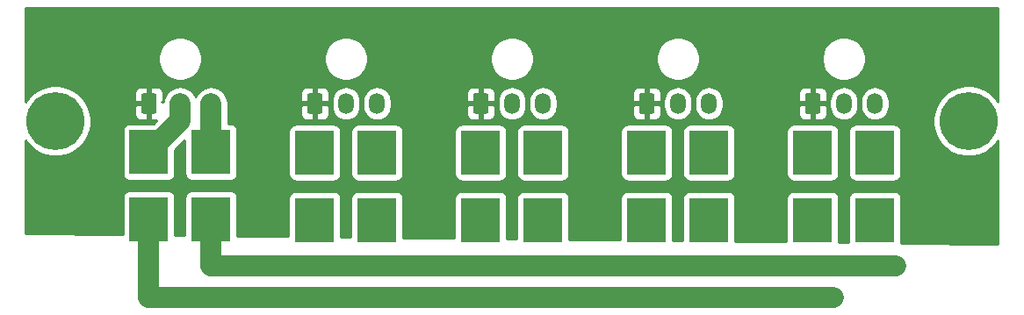
<source format=gbl>
G04 #@! TF.GenerationSoftware,KiCad,Pcbnew,5.1.9+dfsg1-1*
G04 #@! TF.CreationDate,2022-08-21T21:29:47+09:00*
G04 #@! TF.ProjectId,car-fuse-box-smd,6361722d-6675-4736-952d-626f782d736d,rev?*
G04 #@! TF.SameCoordinates,Original*
G04 #@! TF.FileFunction,Copper,L2,Bot*
G04 #@! TF.FilePolarity,Positive*
%FSLAX46Y46*%
G04 Gerber Fmt 4.6, Leading zero omitted, Abs format (unit mm)*
G04 Created by KiCad (PCBNEW 5.1.9+dfsg1-1) date 2022-08-21 21:29:47*
%MOMM*%
%LPD*%
G01*
G04 APERTURE LIST*
G04 #@! TA.AperFunction,ComponentPad*
%ADD10R,3.800000X4.250000*%
G04 #@! TD*
G04 #@! TA.AperFunction,ComponentPad*
%ADD11O,1.500000X2.020000*%
G04 #@! TD*
G04 #@! TA.AperFunction,ComponentPad*
%ADD12C,5.600000*%
G04 #@! TD*
G04 #@! TA.AperFunction,ComponentPad*
%ADD13C,1.524000*%
G04 #@! TD*
G04 #@! TA.AperFunction,Conductor*
%ADD14C,2.000000*%
G04 #@! TD*
G04 #@! TA.AperFunction,Conductor*
%ADD15C,0.254000*%
G04 #@! TD*
G04 #@! TA.AperFunction,Conductor*
%ADD16C,0.100000*%
G04 #@! TD*
G04 APERTURE END LIST*
D10*
X78000000Y-124477000D03*
X78000000Y-118000000D03*
X84000000Y-118000000D03*
X84000000Y-124477000D03*
X94000000Y-118063000D03*
X94000000Y-124540000D03*
X100000000Y-124540000D03*
X100000000Y-118063000D03*
X110000000Y-118063000D03*
X110000000Y-124540000D03*
X116000000Y-124540000D03*
X116000000Y-118063000D03*
X126000000Y-118063000D03*
X126000000Y-124540000D03*
X132000000Y-124540000D03*
X132000000Y-118063000D03*
G04 #@! TA.AperFunction,ComponentPad*
G36*
G01*
X77250000Y-114080000D02*
X77250000Y-112560000D01*
G75*
G02*
X77500000Y-112310000I250000J0D01*
G01*
X78500000Y-112310000D01*
G75*
G02*
X78750000Y-112560000I0J-250000D01*
G01*
X78750000Y-114080000D01*
G75*
G02*
X78500000Y-114330000I-250000J0D01*
G01*
X77500000Y-114330000D01*
G75*
G02*
X77250000Y-114080000I0J250000D01*
G01*
G37*
G04 #@! TD.AperFunction*
D11*
X81000000Y-113320000D03*
X84000000Y-113320000D03*
X100000000Y-113320000D03*
X97000000Y-113320000D03*
G04 #@! TA.AperFunction,ComponentPad*
G36*
G01*
X93250000Y-114080000D02*
X93250000Y-112560000D01*
G75*
G02*
X93500000Y-112310000I250000J0D01*
G01*
X94500000Y-112310000D01*
G75*
G02*
X94750000Y-112560000I0J-250000D01*
G01*
X94750000Y-114080000D01*
G75*
G02*
X94500000Y-114330000I-250000J0D01*
G01*
X93500000Y-114330000D01*
G75*
G02*
X93250000Y-114080000I0J250000D01*
G01*
G37*
G04 #@! TD.AperFunction*
G04 #@! TA.AperFunction,ComponentPad*
G36*
G01*
X109250000Y-114080000D02*
X109250000Y-112560000D01*
G75*
G02*
X109500000Y-112310000I250000J0D01*
G01*
X110500000Y-112310000D01*
G75*
G02*
X110750000Y-112560000I0J-250000D01*
G01*
X110750000Y-114080000D01*
G75*
G02*
X110500000Y-114330000I-250000J0D01*
G01*
X109500000Y-114330000D01*
G75*
G02*
X109250000Y-114080000I0J250000D01*
G01*
G37*
G04 #@! TD.AperFunction*
X113000000Y-113320000D03*
X116000000Y-113320000D03*
X132000000Y-113320000D03*
X129000000Y-113320000D03*
G04 #@! TA.AperFunction,ComponentPad*
G36*
G01*
X125250000Y-114080000D02*
X125250000Y-112560000D01*
G75*
G02*
X125500000Y-112310000I250000J0D01*
G01*
X126500000Y-112310000D01*
G75*
G02*
X126750000Y-112560000I0J-250000D01*
G01*
X126750000Y-114080000D01*
G75*
G02*
X126500000Y-114330000I-250000J0D01*
G01*
X125500000Y-114330000D01*
G75*
G02*
X125250000Y-114080000I0J250000D01*
G01*
G37*
G04 #@! TD.AperFunction*
D12*
X69000000Y-115000000D03*
X157000000Y-115000000D03*
D13*
X96000000Y-132000000D03*
X94000000Y-132000000D03*
X100000000Y-129000000D03*
X102000000Y-129000000D03*
X112000000Y-132000000D03*
X110000000Y-132000000D03*
X116000000Y-129000000D03*
X118000000Y-129000000D03*
X128000000Y-132000000D03*
X126000000Y-132000000D03*
X132000000Y-129000000D03*
X134000000Y-129000000D03*
X78000000Y-132000000D03*
X80000000Y-132000000D03*
X86000000Y-129000000D03*
X84000000Y-129000000D03*
D10*
X142000000Y-124540000D03*
X142000000Y-118063000D03*
X148000000Y-118063000D03*
X148000000Y-124540000D03*
G04 #@! TA.AperFunction,ComponentPad*
G36*
G01*
X141250000Y-114080000D02*
X141250000Y-112560000D01*
G75*
G02*
X141500000Y-112310000I250000J0D01*
G01*
X142500000Y-112310000D01*
G75*
G02*
X142750000Y-112560000I0J-250000D01*
G01*
X142750000Y-114080000D01*
G75*
G02*
X142500000Y-114330000I-250000J0D01*
G01*
X141500000Y-114330000D01*
G75*
G02*
X141250000Y-114080000I0J250000D01*
G01*
G37*
G04 #@! TD.AperFunction*
D11*
X145000000Y-113320000D03*
X148000000Y-113320000D03*
D13*
X142000000Y-132000000D03*
X144000000Y-132000000D03*
X150000000Y-129000000D03*
X148000000Y-129000000D03*
D14*
X100000000Y-129000000D02*
X102000000Y-129000000D01*
X116000000Y-129000000D02*
X118000000Y-129000000D01*
X132000000Y-129000000D02*
X134000000Y-129000000D01*
X110000000Y-132000000D02*
X112000000Y-132000000D01*
X126000000Y-132000000D02*
X128000000Y-132000000D01*
X94000000Y-132000000D02*
X96000000Y-132000000D01*
X96000000Y-132000000D02*
X110000000Y-132000000D01*
X112000000Y-132000000D02*
X126000000Y-132000000D01*
X78000000Y-124477000D02*
X78000000Y-132000000D01*
X78000000Y-132000000D02*
X80000000Y-132000000D01*
X80000000Y-132000000D02*
X94000000Y-132000000D01*
X128000000Y-132000000D02*
X144000000Y-132000000D01*
X81000000Y-115000000D02*
X78000000Y-118000000D01*
X81000000Y-113320000D02*
X81000000Y-115000000D01*
X84000000Y-113320000D02*
X84000000Y-118000000D01*
X102000000Y-129000000D02*
X116000000Y-129000000D01*
X118000000Y-129000000D02*
X132000000Y-129000000D01*
X84000000Y-124477000D02*
X84000000Y-129000000D01*
X84000000Y-129000000D02*
X86000000Y-129000000D01*
X86000000Y-129000000D02*
X100000000Y-129000000D01*
X134000000Y-129000000D02*
X150000000Y-129000000D01*
D15*
X159873000Y-113116913D02*
X159668138Y-112810315D01*
X159189685Y-112331862D01*
X158627082Y-111955943D01*
X158001952Y-111697006D01*
X157338318Y-111565000D01*
X156661682Y-111565000D01*
X155998048Y-111697006D01*
X155372918Y-111955943D01*
X154810315Y-112331862D01*
X154331862Y-112810315D01*
X153955943Y-113372918D01*
X153697006Y-113998048D01*
X153565000Y-114661682D01*
X153565000Y-115338318D01*
X153697006Y-116001952D01*
X153955943Y-116627082D01*
X154331862Y-117189685D01*
X154810315Y-117668138D01*
X155372918Y-118044057D01*
X155998048Y-118302994D01*
X156661682Y-118435000D01*
X157338318Y-118435000D01*
X158001952Y-118302994D01*
X158627082Y-118044057D01*
X159189685Y-117668138D01*
X159668138Y-117189685D01*
X159873000Y-116883087D01*
X159873000Y-126871642D01*
X150527512Y-126772222D01*
X150538072Y-126665000D01*
X150538072Y-122415000D01*
X150525812Y-122290518D01*
X150489502Y-122170820D01*
X150430537Y-122060506D01*
X150351185Y-121963815D01*
X150254494Y-121884463D01*
X150144180Y-121825498D01*
X150024482Y-121789188D01*
X149900000Y-121776928D01*
X146100000Y-121776928D01*
X145975518Y-121789188D01*
X145855820Y-121825498D01*
X145745506Y-121884463D01*
X145648815Y-121963815D01*
X145569463Y-122060506D01*
X145510498Y-122170820D01*
X145474188Y-122290518D01*
X145461928Y-122415000D01*
X145461928Y-126665000D01*
X145467186Y-126718389D01*
X144533792Y-126708459D01*
X144538072Y-126665000D01*
X144538072Y-122415000D01*
X144525812Y-122290518D01*
X144489502Y-122170820D01*
X144430537Y-122060506D01*
X144351185Y-121963815D01*
X144254494Y-121884463D01*
X144144180Y-121825498D01*
X144024482Y-121789188D01*
X143900000Y-121776928D01*
X140100000Y-121776928D01*
X139975518Y-121789188D01*
X139855820Y-121825498D01*
X139745506Y-121884463D01*
X139648815Y-121963815D01*
X139569463Y-122060506D01*
X139510498Y-122170820D01*
X139474188Y-122290518D01*
X139461928Y-122415000D01*
X139461928Y-126654503D01*
X134538072Y-126602121D01*
X134538072Y-122415000D01*
X134525812Y-122290518D01*
X134489502Y-122170820D01*
X134430537Y-122060506D01*
X134351185Y-121963815D01*
X134254494Y-121884463D01*
X134144180Y-121825498D01*
X134024482Y-121789188D01*
X133900000Y-121776928D01*
X130100000Y-121776928D01*
X129975518Y-121789188D01*
X129855820Y-121825498D01*
X129745506Y-121884463D01*
X129648815Y-121963815D01*
X129569463Y-122060506D01*
X129510498Y-122170820D01*
X129474188Y-122290518D01*
X129461928Y-122415000D01*
X129461928Y-126548120D01*
X128538072Y-126538292D01*
X128538072Y-122415000D01*
X128525812Y-122290518D01*
X128489502Y-122170820D01*
X128430537Y-122060506D01*
X128351185Y-121963815D01*
X128254494Y-121884463D01*
X128144180Y-121825498D01*
X128024482Y-121789188D01*
X127900000Y-121776928D01*
X124100000Y-121776928D01*
X123975518Y-121789188D01*
X123855820Y-121825498D01*
X123745506Y-121884463D01*
X123648815Y-121963815D01*
X123569463Y-122060506D01*
X123510498Y-122170820D01*
X123474188Y-122290518D01*
X123461928Y-122415000D01*
X123461928Y-126484290D01*
X118538072Y-126431909D01*
X118538072Y-122415000D01*
X118525812Y-122290518D01*
X118489502Y-122170820D01*
X118430537Y-122060506D01*
X118351185Y-121963815D01*
X118254494Y-121884463D01*
X118144180Y-121825498D01*
X118024482Y-121789188D01*
X117900000Y-121776928D01*
X114100000Y-121776928D01*
X113975518Y-121789188D01*
X113855820Y-121825498D01*
X113745506Y-121884463D01*
X113648815Y-121963815D01*
X113569463Y-122060506D01*
X113510498Y-122170820D01*
X113474188Y-122290518D01*
X113461928Y-122415000D01*
X113461928Y-126377907D01*
X112538072Y-126368079D01*
X112538072Y-122415000D01*
X112525812Y-122290518D01*
X112489502Y-122170820D01*
X112430537Y-122060506D01*
X112351185Y-121963815D01*
X112254494Y-121884463D01*
X112144180Y-121825498D01*
X112024482Y-121789188D01*
X111900000Y-121776928D01*
X108100000Y-121776928D01*
X107975518Y-121789188D01*
X107855820Y-121825498D01*
X107745506Y-121884463D01*
X107648815Y-121963815D01*
X107569463Y-122060506D01*
X107510498Y-122170820D01*
X107474188Y-122290518D01*
X107461928Y-122415000D01*
X107461928Y-126314077D01*
X102538072Y-126261696D01*
X102538072Y-122415000D01*
X102525812Y-122290518D01*
X102489502Y-122170820D01*
X102430537Y-122060506D01*
X102351185Y-121963815D01*
X102254494Y-121884463D01*
X102144180Y-121825498D01*
X102024482Y-121789188D01*
X101900000Y-121776928D01*
X98100000Y-121776928D01*
X97975518Y-121789188D01*
X97855820Y-121825498D01*
X97745506Y-121884463D01*
X97648815Y-121963815D01*
X97569463Y-122060506D01*
X97510498Y-122170820D01*
X97474188Y-122290518D01*
X97461928Y-122415000D01*
X97461928Y-126207694D01*
X96538072Y-126197866D01*
X96538072Y-122415000D01*
X96525812Y-122290518D01*
X96489502Y-122170820D01*
X96430537Y-122060506D01*
X96351185Y-121963815D01*
X96254494Y-121884463D01*
X96144180Y-121825498D01*
X96024482Y-121789188D01*
X95900000Y-121776928D01*
X92100000Y-121776928D01*
X91975518Y-121789188D01*
X91855820Y-121825498D01*
X91745506Y-121884463D01*
X91648815Y-121963815D01*
X91569463Y-122060506D01*
X91510498Y-122170820D01*
X91474188Y-122290518D01*
X91461928Y-122415000D01*
X91461928Y-126143865D01*
X86538072Y-126091483D01*
X86538072Y-122352000D01*
X86525812Y-122227518D01*
X86489502Y-122107820D01*
X86430537Y-121997506D01*
X86351185Y-121900815D01*
X86254494Y-121821463D01*
X86144180Y-121762498D01*
X86024482Y-121726188D01*
X85900000Y-121713928D01*
X82100000Y-121713928D01*
X81975518Y-121726188D01*
X81855820Y-121762498D01*
X81745506Y-121821463D01*
X81648815Y-121900815D01*
X81569463Y-121997506D01*
X81510498Y-122107820D01*
X81474188Y-122227518D01*
X81461928Y-122352000D01*
X81461928Y-126037482D01*
X80538072Y-126027653D01*
X80538072Y-122352000D01*
X80525812Y-122227518D01*
X80489502Y-122107820D01*
X80430537Y-121997506D01*
X80351185Y-121900815D01*
X80254494Y-121821463D01*
X80144180Y-121762498D01*
X80024482Y-121726188D01*
X79900000Y-121713928D01*
X76100000Y-121713928D01*
X75975518Y-121726188D01*
X75855820Y-121762498D01*
X75745506Y-121821463D01*
X75648815Y-121900815D01*
X75569463Y-121997506D01*
X75510498Y-122107820D01*
X75474188Y-122227518D01*
X75461928Y-122352000D01*
X75461928Y-125973652D01*
X66127000Y-125874344D01*
X66127000Y-116883087D01*
X66331862Y-117189685D01*
X66810315Y-117668138D01*
X67372918Y-118044057D01*
X67998048Y-118302994D01*
X68661682Y-118435000D01*
X69338318Y-118435000D01*
X70001952Y-118302994D01*
X70627082Y-118044057D01*
X71189685Y-117668138D01*
X71668138Y-117189685D01*
X72044057Y-116627082D01*
X72302994Y-116001952D01*
X72328246Y-115875000D01*
X75461928Y-115875000D01*
X75461928Y-120125000D01*
X75474188Y-120249482D01*
X75510498Y-120369180D01*
X75569463Y-120479494D01*
X75648815Y-120576185D01*
X75745506Y-120655537D01*
X75855820Y-120714502D01*
X75975518Y-120750812D01*
X76100000Y-120763072D01*
X79900000Y-120763072D01*
X80024482Y-120750812D01*
X80144180Y-120714502D01*
X80254494Y-120655537D01*
X80351185Y-120576185D01*
X80430537Y-120479494D01*
X80489502Y-120369180D01*
X80525812Y-120249482D01*
X80538072Y-120125000D01*
X80538072Y-117774167D01*
X81461928Y-116850312D01*
X81461928Y-120125000D01*
X81474188Y-120249482D01*
X81510498Y-120369180D01*
X81569463Y-120479494D01*
X81648815Y-120576185D01*
X81745506Y-120655537D01*
X81855820Y-120714502D01*
X81975518Y-120750812D01*
X82100000Y-120763072D01*
X85900000Y-120763072D01*
X86024482Y-120750812D01*
X86144180Y-120714502D01*
X86254494Y-120655537D01*
X86351185Y-120576185D01*
X86430537Y-120479494D01*
X86489502Y-120369180D01*
X86525812Y-120249482D01*
X86538072Y-120125000D01*
X86538072Y-115938000D01*
X91461928Y-115938000D01*
X91461928Y-120188000D01*
X91474188Y-120312482D01*
X91510498Y-120432180D01*
X91569463Y-120542494D01*
X91648815Y-120639185D01*
X91745506Y-120718537D01*
X91855820Y-120777502D01*
X91975518Y-120813812D01*
X92100000Y-120826072D01*
X95900000Y-120826072D01*
X96024482Y-120813812D01*
X96144180Y-120777502D01*
X96254494Y-120718537D01*
X96351185Y-120639185D01*
X96430537Y-120542494D01*
X96489502Y-120432180D01*
X96525812Y-120312482D01*
X96538072Y-120188000D01*
X96538072Y-115938000D01*
X97461928Y-115938000D01*
X97461928Y-120188000D01*
X97474188Y-120312482D01*
X97510498Y-120432180D01*
X97569463Y-120542494D01*
X97648815Y-120639185D01*
X97745506Y-120718537D01*
X97855820Y-120777502D01*
X97975518Y-120813812D01*
X98100000Y-120826072D01*
X101900000Y-120826072D01*
X102024482Y-120813812D01*
X102144180Y-120777502D01*
X102254494Y-120718537D01*
X102351185Y-120639185D01*
X102430537Y-120542494D01*
X102489502Y-120432180D01*
X102525812Y-120312482D01*
X102538072Y-120188000D01*
X102538072Y-115938000D01*
X107461928Y-115938000D01*
X107461928Y-120188000D01*
X107474188Y-120312482D01*
X107510498Y-120432180D01*
X107569463Y-120542494D01*
X107648815Y-120639185D01*
X107745506Y-120718537D01*
X107855820Y-120777502D01*
X107975518Y-120813812D01*
X108100000Y-120826072D01*
X111900000Y-120826072D01*
X112024482Y-120813812D01*
X112144180Y-120777502D01*
X112254494Y-120718537D01*
X112351185Y-120639185D01*
X112430537Y-120542494D01*
X112489502Y-120432180D01*
X112525812Y-120312482D01*
X112538072Y-120188000D01*
X112538072Y-115938000D01*
X113461928Y-115938000D01*
X113461928Y-120188000D01*
X113474188Y-120312482D01*
X113510498Y-120432180D01*
X113569463Y-120542494D01*
X113648815Y-120639185D01*
X113745506Y-120718537D01*
X113855820Y-120777502D01*
X113975518Y-120813812D01*
X114100000Y-120826072D01*
X117900000Y-120826072D01*
X118024482Y-120813812D01*
X118144180Y-120777502D01*
X118254494Y-120718537D01*
X118351185Y-120639185D01*
X118430537Y-120542494D01*
X118489502Y-120432180D01*
X118525812Y-120312482D01*
X118538072Y-120188000D01*
X118538072Y-115938000D01*
X123461928Y-115938000D01*
X123461928Y-120188000D01*
X123474188Y-120312482D01*
X123510498Y-120432180D01*
X123569463Y-120542494D01*
X123648815Y-120639185D01*
X123745506Y-120718537D01*
X123855820Y-120777502D01*
X123975518Y-120813812D01*
X124100000Y-120826072D01*
X127900000Y-120826072D01*
X128024482Y-120813812D01*
X128144180Y-120777502D01*
X128254494Y-120718537D01*
X128351185Y-120639185D01*
X128430537Y-120542494D01*
X128489502Y-120432180D01*
X128525812Y-120312482D01*
X128538072Y-120188000D01*
X128538072Y-115938000D01*
X129461928Y-115938000D01*
X129461928Y-120188000D01*
X129474188Y-120312482D01*
X129510498Y-120432180D01*
X129569463Y-120542494D01*
X129648815Y-120639185D01*
X129745506Y-120718537D01*
X129855820Y-120777502D01*
X129975518Y-120813812D01*
X130100000Y-120826072D01*
X133900000Y-120826072D01*
X134024482Y-120813812D01*
X134144180Y-120777502D01*
X134254494Y-120718537D01*
X134351185Y-120639185D01*
X134430537Y-120542494D01*
X134489502Y-120432180D01*
X134525812Y-120312482D01*
X134538072Y-120188000D01*
X134538072Y-115938000D01*
X139461928Y-115938000D01*
X139461928Y-120188000D01*
X139474188Y-120312482D01*
X139510498Y-120432180D01*
X139569463Y-120542494D01*
X139648815Y-120639185D01*
X139745506Y-120718537D01*
X139855820Y-120777502D01*
X139975518Y-120813812D01*
X140100000Y-120826072D01*
X143900000Y-120826072D01*
X144024482Y-120813812D01*
X144144180Y-120777502D01*
X144254494Y-120718537D01*
X144351185Y-120639185D01*
X144430537Y-120542494D01*
X144489502Y-120432180D01*
X144525812Y-120312482D01*
X144538072Y-120188000D01*
X144538072Y-115938000D01*
X145461928Y-115938000D01*
X145461928Y-120188000D01*
X145474188Y-120312482D01*
X145510498Y-120432180D01*
X145569463Y-120542494D01*
X145648815Y-120639185D01*
X145745506Y-120718537D01*
X145855820Y-120777502D01*
X145975518Y-120813812D01*
X146100000Y-120826072D01*
X149900000Y-120826072D01*
X150024482Y-120813812D01*
X150144180Y-120777502D01*
X150254494Y-120718537D01*
X150351185Y-120639185D01*
X150430537Y-120542494D01*
X150489502Y-120432180D01*
X150525812Y-120312482D01*
X150538072Y-120188000D01*
X150538072Y-115938000D01*
X150525812Y-115813518D01*
X150489502Y-115693820D01*
X150430537Y-115583506D01*
X150351185Y-115486815D01*
X150254494Y-115407463D01*
X150144180Y-115348498D01*
X150024482Y-115312188D01*
X149900000Y-115299928D01*
X146100000Y-115299928D01*
X145975518Y-115312188D01*
X145855820Y-115348498D01*
X145745506Y-115407463D01*
X145648815Y-115486815D01*
X145569463Y-115583506D01*
X145510498Y-115693820D01*
X145474188Y-115813518D01*
X145461928Y-115938000D01*
X144538072Y-115938000D01*
X144525812Y-115813518D01*
X144489502Y-115693820D01*
X144430537Y-115583506D01*
X144351185Y-115486815D01*
X144254494Y-115407463D01*
X144144180Y-115348498D01*
X144024482Y-115312188D01*
X143900000Y-115299928D01*
X140100000Y-115299928D01*
X139975518Y-115312188D01*
X139855820Y-115348498D01*
X139745506Y-115407463D01*
X139648815Y-115486815D01*
X139569463Y-115583506D01*
X139510498Y-115693820D01*
X139474188Y-115813518D01*
X139461928Y-115938000D01*
X134538072Y-115938000D01*
X134525812Y-115813518D01*
X134489502Y-115693820D01*
X134430537Y-115583506D01*
X134351185Y-115486815D01*
X134254494Y-115407463D01*
X134144180Y-115348498D01*
X134024482Y-115312188D01*
X133900000Y-115299928D01*
X130100000Y-115299928D01*
X129975518Y-115312188D01*
X129855820Y-115348498D01*
X129745506Y-115407463D01*
X129648815Y-115486815D01*
X129569463Y-115583506D01*
X129510498Y-115693820D01*
X129474188Y-115813518D01*
X129461928Y-115938000D01*
X128538072Y-115938000D01*
X128525812Y-115813518D01*
X128489502Y-115693820D01*
X128430537Y-115583506D01*
X128351185Y-115486815D01*
X128254494Y-115407463D01*
X128144180Y-115348498D01*
X128024482Y-115312188D01*
X127900000Y-115299928D01*
X124100000Y-115299928D01*
X123975518Y-115312188D01*
X123855820Y-115348498D01*
X123745506Y-115407463D01*
X123648815Y-115486815D01*
X123569463Y-115583506D01*
X123510498Y-115693820D01*
X123474188Y-115813518D01*
X123461928Y-115938000D01*
X118538072Y-115938000D01*
X118525812Y-115813518D01*
X118489502Y-115693820D01*
X118430537Y-115583506D01*
X118351185Y-115486815D01*
X118254494Y-115407463D01*
X118144180Y-115348498D01*
X118024482Y-115312188D01*
X117900000Y-115299928D01*
X114100000Y-115299928D01*
X113975518Y-115312188D01*
X113855820Y-115348498D01*
X113745506Y-115407463D01*
X113648815Y-115486815D01*
X113569463Y-115583506D01*
X113510498Y-115693820D01*
X113474188Y-115813518D01*
X113461928Y-115938000D01*
X112538072Y-115938000D01*
X112525812Y-115813518D01*
X112489502Y-115693820D01*
X112430537Y-115583506D01*
X112351185Y-115486815D01*
X112254494Y-115407463D01*
X112144180Y-115348498D01*
X112024482Y-115312188D01*
X111900000Y-115299928D01*
X108100000Y-115299928D01*
X107975518Y-115312188D01*
X107855820Y-115348498D01*
X107745506Y-115407463D01*
X107648815Y-115486815D01*
X107569463Y-115583506D01*
X107510498Y-115693820D01*
X107474188Y-115813518D01*
X107461928Y-115938000D01*
X102538072Y-115938000D01*
X102525812Y-115813518D01*
X102489502Y-115693820D01*
X102430537Y-115583506D01*
X102351185Y-115486815D01*
X102254494Y-115407463D01*
X102144180Y-115348498D01*
X102024482Y-115312188D01*
X101900000Y-115299928D01*
X98100000Y-115299928D01*
X97975518Y-115312188D01*
X97855820Y-115348498D01*
X97745506Y-115407463D01*
X97648815Y-115486815D01*
X97569463Y-115583506D01*
X97510498Y-115693820D01*
X97474188Y-115813518D01*
X97461928Y-115938000D01*
X96538072Y-115938000D01*
X96525812Y-115813518D01*
X96489502Y-115693820D01*
X96430537Y-115583506D01*
X96351185Y-115486815D01*
X96254494Y-115407463D01*
X96144180Y-115348498D01*
X96024482Y-115312188D01*
X95900000Y-115299928D01*
X92100000Y-115299928D01*
X91975518Y-115312188D01*
X91855820Y-115348498D01*
X91745506Y-115407463D01*
X91648815Y-115486815D01*
X91569463Y-115583506D01*
X91510498Y-115693820D01*
X91474188Y-115813518D01*
X91461928Y-115938000D01*
X86538072Y-115938000D01*
X86538072Y-115875000D01*
X86525812Y-115750518D01*
X86489502Y-115630820D01*
X86430537Y-115520506D01*
X86351185Y-115423815D01*
X86254494Y-115344463D01*
X86144180Y-115285498D01*
X86024482Y-115249188D01*
X85900000Y-115236928D01*
X85635000Y-115236928D01*
X85635000Y-114330000D01*
X92611928Y-114330000D01*
X92624188Y-114454482D01*
X92660498Y-114574180D01*
X92719463Y-114684494D01*
X92798815Y-114781185D01*
X92895506Y-114860537D01*
X93005820Y-114919502D01*
X93125518Y-114955812D01*
X93250000Y-114968072D01*
X93714250Y-114965000D01*
X93873000Y-114806250D01*
X93873000Y-113447000D01*
X94127000Y-113447000D01*
X94127000Y-114806250D01*
X94285750Y-114965000D01*
X94750000Y-114968072D01*
X94874482Y-114955812D01*
X94994180Y-114919502D01*
X95104494Y-114860537D01*
X95201185Y-114781185D01*
X95280537Y-114684494D01*
X95339502Y-114574180D01*
X95375812Y-114454482D01*
X95388072Y-114330000D01*
X95385000Y-113605750D01*
X95226250Y-113447000D01*
X94127000Y-113447000D01*
X93873000Y-113447000D01*
X92773750Y-113447000D01*
X92615000Y-113605750D01*
X92611928Y-114330000D01*
X85635000Y-114330000D01*
X85635000Y-113239678D01*
X85611343Y-112999484D01*
X85517852Y-112691285D01*
X85366031Y-112407248D01*
X85286222Y-112310000D01*
X92611928Y-112310000D01*
X92615000Y-113034250D01*
X92773750Y-113193000D01*
X93873000Y-113193000D01*
X93873000Y-111833750D01*
X94127000Y-111833750D01*
X94127000Y-113193000D01*
X95226250Y-113193000D01*
X95385000Y-113034250D01*
X95385179Y-112991964D01*
X95615000Y-112991964D01*
X95615000Y-113648037D01*
X95635040Y-113851507D01*
X95714236Y-114112581D01*
X95842843Y-114353188D01*
X96015920Y-114564081D01*
X96226813Y-114737157D01*
X96467420Y-114865764D01*
X96728494Y-114944960D01*
X97000000Y-114971701D01*
X97271507Y-114944960D01*
X97532581Y-114865764D01*
X97773188Y-114737157D01*
X97984081Y-114564081D01*
X98157157Y-114353188D01*
X98285764Y-114112581D01*
X98364960Y-113851506D01*
X98385000Y-113648036D01*
X98385000Y-112991964D01*
X98615000Y-112991964D01*
X98615000Y-113648037D01*
X98635040Y-113851507D01*
X98714236Y-114112581D01*
X98842843Y-114353188D01*
X99015920Y-114564081D01*
X99226813Y-114737157D01*
X99467420Y-114865764D01*
X99728494Y-114944960D01*
X100000000Y-114971701D01*
X100271507Y-114944960D01*
X100532581Y-114865764D01*
X100773188Y-114737157D01*
X100984081Y-114564081D01*
X101157157Y-114353188D01*
X101169551Y-114330000D01*
X108611928Y-114330000D01*
X108624188Y-114454482D01*
X108660498Y-114574180D01*
X108719463Y-114684494D01*
X108798815Y-114781185D01*
X108895506Y-114860537D01*
X109005820Y-114919502D01*
X109125518Y-114955812D01*
X109250000Y-114968072D01*
X109714250Y-114965000D01*
X109873000Y-114806250D01*
X109873000Y-113447000D01*
X110127000Y-113447000D01*
X110127000Y-114806250D01*
X110285750Y-114965000D01*
X110750000Y-114968072D01*
X110874482Y-114955812D01*
X110994180Y-114919502D01*
X111104494Y-114860537D01*
X111201185Y-114781185D01*
X111280537Y-114684494D01*
X111339502Y-114574180D01*
X111375812Y-114454482D01*
X111388072Y-114330000D01*
X111385000Y-113605750D01*
X111226250Y-113447000D01*
X110127000Y-113447000D01*
X109873000Y-113447000D01*
X108773750Y-113447000D01*
X108615000Y-113605750D01*
X108611928Y-114330000D01*
X101169551Y-114330000D01*
X101285764Y-114112581D01*
X101364960Y-113851506D01*
X101385000Y-113648036D01*
X101385000Y-112991963D01*
X101364960Y-112788493D01*
X101285764Y-112527419D01*
X101169552Y-112310000D01*
X108611928Y-112310000D01*
X108615000Y-113034250D01*
X108773750Y-113193000D01*
X109873000Y-113193000D01*
X109873000Y-111833750D01*
X110127000Y-111833750D01*
X110127000Y-113193000D01*
X111226250Y-113193000D01*
X111385000Y-113034250D01*
X111385179Y-112991964D01*
X111615000Y-112991964D01*
X111615000Y-113648037D01*
X111635040Y-113851507D01*
X111714236Y-114112581D01*
X111842843Y-114353188D01*
X112015920Y-114564081D01*
X112226813Y-114737157D01*
X112467420Y-114865764D01*
X112728494Y-114944960D01*
X113000000Y-114971701D01*
X113271507Y-114944960D01*
X113532581Y-114865764D01*
X113773188Y-114737157D01*
X113984081Y-114564081D01*
X114157157Y-114353188D01*
X114285764Y-114112581D01*
X114364960Y-113851506D01*
X114385000Y-113648036D01*
X114385000Y-112991964D01*
X114615000Y-112991964D01*
X114615000Y-113648037D01*
X114635040Y-113851507D01*
X114714236Y-114112581D01*
X114842843Y-114353188D01*
X115015920Y-114564081D01*
X115226813Y-114737157D01*
X115467420Y-114865764D01*
X115728494Y-114944960D01*
X116000000Y-114971701D01*
X116271507Y-114944960D01*
X116532581Y-114865764D01*
X116773188Y-114737157D01*
X116984081Y-114564081D01*
X117157157Y-114353188D01*
X117169551Y-114330000D01*
X124611928Y-114330000D01*
X124624188Y-114454482D01*
X124660498Y-114574180D01*
X124719463Y-114684494D01*
X124798815Y-114781185D01*
X124895506Y-114860537D01*
X125005820Y-114919502D01*
X125125518Y-114955812D01*
X125250000Y-114968072D01*
X125714250Y-114965000D01*
X125873000Y-114806250D01*
X125873000Y-113447000D01*
X126127000Y-113447000D01*
X126127000Y-114806250D01*
X126285750Y-114965000D01*
X126750000Y-114968072D01*
X126874482Y-114955812D01*
X126994180Y-114919502D01*
X127104494Y-114860537D01*
X127201185Y-114781185D01*
X127280537Y-114684494D01*
X127339502Y-114574180D01*
X127375812Y-114454482D01*
X127388072Y-114330000D01*
X127385000Y-113605750D01*
X127226250Y-113447000D01*
X126127000Y-113447000D01*
X125873000Y-113447000D01*
X124773750Y-113447000D01*
X124615000Y-113605750D01*
X124611928Y-114330000D01*
X117169551Y-114330000D01*
X117285764Y-114112581D01*
X117364960Y-113851506D01*
X117385000Y-113648036D01*
X117385000Y-112991963D01*
X117364960Y-112788493D01*
X117285764Y-112527419D01*
X117169552Y-112310000D01*
X124611928Y-112310000D01*
X124615000Y-113034250D01*
X124773750Y-113193000D01*
X125873000Y-113193000D01*
X125873000Y-111833750D01*
X126127000Y-111833750D01*
X126127000Y-113193000D01*
X127226250Y-113193000D01*
X127385000Y-113034250D01*
X127385179Y-112991964D01*
X127615000Y-112991964D01*
X127615000Y-113648037D01*
X127635040Y-113851507D01*
X127714236Y-114112581D01*
X127842843Y-114353188D01*
X128015920Y-114564081D01*
X128226813Y-114737157D01*
X128467420Y-114865764D01*
X128728494Y-114944960D01*
X129000000Y-114971701D01*
X129271507Y-114944960D01*
X129532581Y-114865764D01*
X129773188Y-114737157D01*
X129984081Y-114564081D01*
X130157157Y-114353188D01*
X130285764Y-114112581D01*
X130364960Y-113851506D01*
X130385000Y-113648036D01*
X130385000Y-112991964D01*
X130615000Y-112991964D01*
X130615000Y-113648037D01*
X130635040Y-113851507D01*
X130714236Y-114112581D01*
X130842843Y-114353188D01*
X131015920Y-114564081D01*
X131226813Y-114737157D01*
X131467420Y-114865764D01*
X131728494Y-114944960D01*
X132000000Y-114971701D01*
X132271507Y-114944960D01*
X132532581Y-114865764D01*
X132773188Y-114737157D01*
X132984081Y-114564081D01*
X133157157Y-114353188D01*
X133169551Y-114330000D01*
X140611928Y-114330000D01*
X140624188Y-114454482D01*
X140660498Y-114574180D01*
X140719463Y-114684494D01*
X140798815Y-114781185D01*
X140895506Y-114860537D01*
X141005820Y-114919502D01*
X141125518Y-114955812D01*
X141250000Y-114968072D01*
X141714250Y-114965000D01*
X141873000Y-114806250D01*
X141873000Y-113447000D01*
X142127000Y-113447000D01*
X142127000Y-114806250D01*
X142285750Y-114965000D01*
X142750000Y-114968072D01*
X142874482Y-114955812D01*
X142994180Y-114919502D01*
X143104494Y-114860537D01*
X143201185Y-114781185D01*
X143280537Y-114684494D01*
X143339502Y-114574180D01*
X143375812Y-114454482D01*
X143388072Y-114330000D01*
X143385000Y-113605750D01*
X143226250Y-113447000D01*
X142127000Y-113447000D01*
X141873000Y-113447000D01*
X140773750Y-113447000D01*
X140615000Y-113605750D01*
X140611928Y-114330000D01*
X133169551Y-114330000D01*
X133285764Y-114112581D01*
X133364960Y-113851506D01*
X133385000Y-113648036D01*
X133385000Y-112991963D01*
X133364960Y-112788493D01*
X133285764Y-112527419D01*
X133169552Y-112310000D01*
X140611928Y-112310000D01*
X140615000Y-113034250D01*
X140773750Y-113193000D01*
X141873000Y-113193000D01*
X141873000Y-111833750D01*
X142127000Y-111833750D01*
X142127000Y-113193000D01*
X143226250Y-113193000D01*
X143385000Y-113034250D01*
X143385179Y-112991964D01*
X143615000Y-112991964D01*
X143615000Y-113648037D01*
X143635040Y-113851507D01*
X143714236Y-114112581D01*
X143842843Y-114353188D01*
X144015920Y-114564081D01*
X144226813Y-114737157D01*
X144467420Y-114865764D01*
X144728494Y-114944960D01*
X145000000Y-114971701D01*
X145271507Y-114944960D01*
X145532581Y-114865764D01*
X145773188Y-114737157D01*
X145984081Y-114564081D01*
X146157157Y-114353188D01*
X146285764Y-114112581D01*
X146364960Y-113851506D01*
X146385000Y-113648036D01*
X146385000Y-112991964D01*
X146615000Y-112991964D01*
X146615000Y-113648037D01*
X146635040Y-113851507D01*
X146714236Y-114112581D01*
X146842843Y-114353188D01*
X147015920Y-114564081D01*
X147226813Y-114737157D01*
X147467420Y-114865764D01*
X147728494Y-114944960D01*
X148000000Y-114971701D01*
X148271507Y-114944960D01*
X148532581Y-114865764D01*
X148773188Y-114737157D01*
X148984081Y-114564081D01*
X149157157Y-114353188D01*
X149285764Y-114112581D01*
X149364960Y-113851506D01*
X149385000Y-113648036D01*
X149385000Y-112991963D01*
X149364960Y-112788493D01*
X149285764Y-112527419D01*
X149157157Y-112286812D01*
X148984080Y-112075919D01*
X148773187Y-111902843D01*
X148532580Y-111774236D01*
X148271506Y-111695040D01*
X148000000Y-111668299D01*
X147728493Y-111695040D01*
X147467419Y-111774236D01*
X147226812Y-111902843D01*
X147015919Y-112075920D01*
X146842843Y-112286813D01*
X146714236Y-112527420D01*
X146635040Y-112788494D01*
X146615000Y-112991964D01*
X146385000Y-112991964D01*
X146385000Y-112991963D01*
X146364960Y-112788493D01*
X146285764Y-112527419D01*
X146157157Y-112286812D01*
X145984080Y-112075919D01*
X145773187Y-111902843D01*
X145532580Y-111774236D01*
X145271506Y-111695040D01*
X145000000Y-111668299D01*
X144728493Y-111695040D01*
X144467419Y-111774236D01*
X144226812Y-111902843D01*
X144015919Y-112075920D01*
X143842843Y-112286813D01*
X143714236Y-112527420D01*
X143635040Y-112788494D01*
X143615000Y-112991964D01*
X143385179Y-112991964D01*
X143388072Y-112310000D01*
X143375812Y-112185518D01*
X143339502Y-112065820D01*
X143280537Y-111955506D01*
X143201185Y-111858815D01*
X143104494Y-111779463D01*
X142994180Y-111720498D01*
X142874482Y-111684188D01*
X142750000Y-111671928D01*
X142285750Y-111675000D01*
X142127000Y-111833750D01*
X141873000Y-111833750D01*
X141714250Y-111675000D01*
X141250000Y-111671928D01*
X141125518Y-111684188D01*
X141005820Y-111720498D01*
X140895506Y-111779463D01*
X140798815Y-111858815D01*
X140719463Y-111955506D01*
X140660498Y-112065820D01*
X140624188Y-112185518D01*
X140611928Y-112310000D01*
X133169552Y-112310000D01*
X133157157Y-112286812D01*
X132984080Y-112075919D01*
X132773187Y-111902843D01*
X132532580Y-111774236D01*
X132271506Y-111695040D01*
X132000000Y-111668299D01*
X131728493Y-111695040D01*
X131467419Y-111774236D01*
X131226812Y-111902843D01*
X131015919Y-112075920D01*
X130842843Y-112286813D01*
X130714236Y-112527420D01*
X130635040Y-112788494D01*
X130615000Y-112991964D01*
X130385000Y-112991964D01*
X130385000Y-112991963D01*
X130364960Y-112788493D01*
X130285764Y-112527419D01*
X130157157Y-112286812D01*
X129984080Y-112075919D01*
X129773187Y-111902843D01*
X129532580Y-111774236D01*
X129271506Y-111695040D01*
X129000000Y-111668299D01*
X128728493Y-111695040D01*
X128467419Y-111774236D01*
X128226812Y-111902843D01*
X128015919Y-112075920D01*
X127842843Y-112286813D01*
X127714236Y-112527420D01*
X127635040Y-112788494D01*
X127615000Y-112991964D01*
X127385179Y-112991964D01*
X127388072Y-112310000D01*
X127375812Y-112185518D01*
X127339502Y-112065820D01*
X127280537Y-111955506D01*
X127201185Y-111858815D01*
X127104494Y-111779463D01*
X126994180Y-111720498D01*
X126874482Y-111684188D01*
X126750000Y-111671928D01*
X126285750Y-111675000D01*
X126127000Y-111833750D01*
X125873000Y-111833750D01*
X125714250Y-111675000D01*
X125250000Y-111671928D01*
X125125518Y-111684188D01*
X125005820Y-111720498D01*
X124895506Y-111779463D01*
X124798815Y-111858815D01*
X124719463Y-111955506D01*
X124660498Y-112065820D01*
X124624188Y-112185518D01*
X124611928Y-112310000D01*
X117169552Y-112310000D01*
X117157157Y-112286812D01*
X116984080Y-112075919D01*
X116773187Y-111902843D01*
X116532580Y-111774236D01*
X116271506Y-111695040D01*
X116000000Y-111668299D01*
X115728493Y-111695040D01*
X115467419Y-111774236D01*
X115226812Y-111902843D01*
X115015919Y-112075920D01*
X114842843Y-112286813D01*
X114714236Y-112527420D01*
X114635040Y-112788494D01*
X114615000Y-112991964D01*
X114385000Y-112991964D01*
X114385000Y-112991963D01*
X114364960Y-112788493D01*
X114285764Y-112527419D01*
X114157157Y-112286812D01*
X113984080Y-112075919D01*
X113773187Y-111902843D01*
X113532580Y-111774236D01*
X113271506Y-111695040D01*
X113000000Y-111668299D01*
X112728493Y-111695040D01*
X112467419Y-111774236D01*
X112226812Y-111902843D01*
X112015919Y-112075920D01*
X111842843Y-112286813D01*
X111714236Y-112527420D01*
X111635040Y-112788494D01*
X111615000Y-112991964D01*
X111385179Y-112991964D01*
X111388072Y-112310000D01*
X111375812Y-112185518D01*
X111339502Y-112065820D01*
X111280537Y-111955506D01*
X111201185Y-111858815D01*
X111104494Y-111779463D01*
X110994180Y-111720498D01*
X110874482Y-111684188D01*
X110750000Y-111671928D01*
X110285750Y-111675000D01*
X110127000Y-111833750D01*
X109873000Y-111833750D01*
X109714250Y-111675000D01*
X109250000Y-111671928D01*
X109125518Y-111684188D01*
X109005820Y-111720498D01*
X108895506Y-111779463D01*
X108798815Y-111858815D01*
X108719463Y-111955506D01*
X108660498Y-112065820D01*
X108624188Y-112185518D01*
X108611928Y-112310000D01*
X101169552Y-112310000D01*
X101157157Y-112286812D01*
X100984080Y-112075919D01*
X100773187Y-111902843D01*
X100532580Y-111774236D01*
X100271506Y-111695040D01*
X100000000Y-111668299D01*
X99728493Y-111695040D01*
X99467419Y-111774236D01*
X99226812Y-111902843D01*
X99015919Y-112075920D01*
X98842843Y-112286813D01*
X98714236Y-112527420D01*
X98635040Y-112788494D01*
X98615000Y-112991964D01*
X98385000Y-112991964D01*
X98385000Y-112991963D01*
X98364960Y-112788493D01*
X98285764Y-112527419D01*
X98157157Y-112286812D01*
X97984080Y-112075919D01*
X97773187Y-111902843D01*
X97532580Y-111774236D01*
X97271506Y-111695040D01*
X97000000Y-111668299D01*
X96728493Y-111695040D01*
X96467419Y-111774236D01*
X96226812Y-111902843D01*
X96015919Y-112075920D01*
X95842843Y-112286813D01*
X95714236Y-112527420D01*
X95635040Y-112788494D01*
X95615000Y-112991964D01*
X95385179Y-112991964D01*
X95388072Y-112310000D01*
X95375812Y-112185518D01*
X95339502Y-112065820D01*
X95280537Y-111955506D01*
X95201185Y-111858815D01*
X95104494Y-111779463D01*
X94994180Y-111720498D01*
X94874482Y-111684188D01*
X94750000Y-111671928D01*
X94285750Y-111675000D01*
X94127000Y-111833750D01*
X93873000Y-111833750D01*
X93714250Y-111675000D01*
X93250000Y-111671928D01*
X93125518Y-111684188D01*
X93005820Y-111720498D01*
X92895506Y-111779463D01*
X92798815Y-111858815D01*
X92719463Y-111955506D01*
X92660498Y-112065820D01*
X92624188Y-112185518D01*
X92611928Y-112310000D01*
X85286222Y-112310000D01*
X85161714Y-112158286D01*
X84912751Y-111953969D01*
X84628714Y-111802148D01*
X84320515Y-111708657D01*
X84314414Y-111708056D01*
X84271506Y-111695040D01*
X84000000Y-111668299D01*
X83728493Y-111695040D01*
X83685585Y-111708056D01*
X83679484Y-111708657D01*
X83371285Y-111802148D01*
X83087248Y-111953969D01*
X82838286Y-112158286D01*
X82633969Y-112407249D01*
X82500000Y-112657887D01*
X82366031Y-112407248D01*
X82161714Y-112158286D01*
X81912751Y-111953969D01*
X81628714Y-111802148D01*
X81320515Y-111708657D01*
X81314414Y-111708056D01*
X81271506Y-111695040D01*
X81000000Y-111668299D01*
X80728493Y-111695040D01*
X80685585Y-111708056D01*
X80679484Y-111708657D01*
X80371285Y-111802148D01*
X80087248Y-111953969D01*
X79838286Y-112158286D01*
X79633969Y-112407249D01*
X79482148Y-112691286D01*
X79388657Y-112999485D01*
X79369598Y-113192998D01*
X79226252Y-113192998D01*
X79385000Y-113034250D01*
X79388072Y-112310000D01*
X79375812Y-112185518D01*
X79339502Y-112065820D01*
X79280537Y-111955506D01*
X79201185Y-111858815D01*
X79104494Y-111779463D01*
X78994180Y-111720498D01*
X78874482Y-111684188D01*
X78750000Y-111671928D01*
X78285750Y-111675000D01*
X78127000Y-111833750D01*
X78127000Y-113193000D01*
X78147000Y-113193000D01*
X78147000Y-113447000D01*
X78127000Y-113447000D01*
X78127000Y-114806250D01*
X78285750Y-114965000D01*
X78719888Y-114967873D01*
X78450833Y-115236928D01*
X76100000Y-115236928D01*
X75975518Y-115249188D01*
X75855820Y-115285498D01*
X75745506Y-115344463D01*
X75648815Y-115423815D01*
X75569463Y-115520506D01*
X75510498Y-115630820D01*
X75474188Y-115750518D01*
X75461928Y-115875000D01*
X72328246Y-115875000D01*
X72435000Y-115338318D01*
X72435000Y-114661682D01*
X72369024Y-114330000D01*
X76611928Y-114330000D01*
X76624188Y-114454482D01*
X76660498Y-114574180D01*
X76719463Y-114684494D01*
X76798815Y-114781185D01*
X76895506Y-114860537D01*
X77005820Y-114919502D01*
X77125518Y-114955812D01*
X77250000Y-114968072D01*
X77714250Y-114965000D01*
X77873000Y-114806250D01*
X77873000Y-113447000D01*
X76773750Y-113447000D01*
X76615000Y-113605750D01*
X76611928Y-114330000D01*
X72369024Y-114330000D01*
X72302994Y-113998048D01*
X72044057Y-113372918D01*
X71668138Y-112810315D01*
X71189685Y-112331862D01*
X71156967Y-112310000D01*
X76611928Y-112310000D01*
X76615000Y-113034250D01*
X76773750Y-113193000D01*
X77873000Y-113193000D01*
X77873000Y-111833750D01*
X77714250Y-111675000D01*
X77250000Y-111671928D01*
X77125518Y-111684188D01*
X77005820Y-111720498D01*
X76895506Y-111779463D01*
X76798815Y-111858815D01*
X76719463Y-111955506D01*
X76660498Y-112065820D01*
X76624188Y-112185518D01*
X76611928Y-112310000D01*
X71156967Y-112310000D01*
X70627082Y-111955943D01*
X70001952Y-111697006D01*
X69338318Y-111565000D01*
X68661682Y-111565000D01*
X67998048Y-111697006D01*
X67372918Y-111955943D01*
X66810315Y-112331862D01*
X66331862Y-112810315D01*
X66127000Y-113116913D01*
X66127000Y-108789721D01*
X78865000Y-108789721D01*
X78865000Y-109210279D01*
X78947047Y-109622756D01*
X79107988Y-110011302D01*
X79341637Y-110360983D01*
X79639017Y-110658363D01*
X79988698Y-110892012D01*
X80377244Y-111052953D01*
X80789721Y-111135000D01*
X81210279Y-111135000D01*
X81622756Y-111052953D01*
X82011302Y-110892012D01*
X82360983Y-110658363D01*
X82658363Y-110360983D01*
X82892012Y-110011302D01*
X83052953Y-109622756D01*
X83135000Y-109210279D01*
X83135000Y-108789721D01*
X94865000Y-108789721D01*
X94865000Y-109210279D01*
X94947047Y-109622756D01*
X95107988Y-110011302D01*
X95341637Y-110360983D01*
X95639017Y-110658363D01*
X95988698Y-110892012D01*
X96377244Y-111052953D01*
X96789721Y-111135000D01*
X97210279Y-111135000D01*
X97622756Y-111052953D01*
X98011302Y-110892012D01*
X98360983Y-110658363D01*
X98658363Y-110360983D01*
X98892012Y-110011302D01*
X99052953Y-109622756D01*
X99135000Y-109210279D01*
X99135000Y-108789721D01*
X110865000Y-108789721D01*
X110865000Y-109210279D01*
X110947047Y-109622756D01*
X111107988Y-110011302D01*
X111341637Y-110360983D01*
X111639017Y-110658363D01*
X111988698Y-110892012D01*
X112377244Y-111052953D01*
X112789721Y-111135000D01*
X113210279Y-111135000D01*
X113622756Y-111052953D01*
X114011302Y-110892012D01*
X114360983Y-110658363D01*
X114658363Y-110360983D01*
X114892012Y-110011302D01*
X115052953Y-109622756D01*
X115135000Y-109210279D01*
X115135000Y-108789721D01*
X126865000Y-108789721D01*
X126865000Y-109210279D01*
X126947047Y-109622756D01*
X127107988Y-110011302D01*
X127341637Y-110360983D01*
X127639017Y-110658363D01*
X127988698Y-110892012D01*
X128377244Y-111052953D01*
X128789721Y-111135000D01*
X129210279Y-111135000D01*
X129622756Y-111052953D01*
X130011302Y-110892012D01*
X130360983Y-110658363D01*
X130658363Y-110360983D01*
X130892012Y-110011302D01*
X131052953Y-109622756D01*
X131135000Y-109210279D01*
X131135000Y-108789721D01*
X142865000Y-108789721D01*
X142865000Y-109210279D01*
X142947047Y-109622756D01*
X143107988Y-110011302D01*
X143341637Y-110360983D01*
X143639017Y-110658363D01*
X143988698Y-110892012D01*
X144377244Y-111052953D01*
X144789721Y-111135000D01*
X145210279Y-111135000D01*
X145622756Y-111052953D01*
X146011302Y-110892012D01*
X146360983Y-110658363D01*
X146658363Y-110360983D01*
X146892012Y-110011302D01*
X147052953Y-109622756D01*
X147135000Y-109210279D01*
X147135000Y-108789721D01*
X147052953Y-108377244D01*
X146892012Y-107988698D01*
X146658363Y-107639017D01*
X146360983Y-107341637D01*
X146011302Y-107107988D01*
X145622756Y-106947047D01*
X145210279Y-106865000D01*
X144789721Y-106865000D01*
X144377244Y-106947047D01*
X143988698Y-107107988D01*
X143639017Y-107341637D01*
X143341637Y-107639017D01*
X143107988Y-107988698D01*
X142947047Y-108377244D01*
X142865000Y-108789721D01*
X131135000Y-108789721D01*
X131052953Y-108377244D01*
X130892012Y-107988698D01*
X130658363Y-107639017D01*
X130360983Y-107341637D01*
X130011302Y-107107988D01*
X129622756Y-106947047D01*
X129210279Y-106865000D01*
X128789721Y-106865000D01*
X128377244Y-106947047D01*
X127988698Y-107107988D01*
X127639017Y-107341637D01*
X127341637Y-107639017D01*
X127107988Y-107988698D01*
X126947047Y-108377244D01*
X126865000Y-108789721D01*
X115135000Y-108789721D01*
X115052953Y-108377244D01*
X114892012Y-107988698D01*
X114658363Y-107639017D01*
X114360983Y-107341637D01*
X114011302Y-107107988D01*
X113622756Y-106947047D01*
X113210279Y-106865000D01*
X112789721Y-106865000D01*
X112377244Y-106947047D01*
X111988698Y-107107988D01*
X111639017Y-107341637D01*
X111341637Y-107639017D01*
X111107988Y-107988698D01*
X110947047Y-108377244D01*
X110865000Y-108789721D01*
X99135000Y-108789721D01*
X99052953Y-108377244D01*
X98892012Y-107988698D01*
X98658363Y-107639017D01*
X98360983Y-107341637D01*
X98011302Y-107107988D01*
X97622756Y-106947047D01*
X97210279Y-106865000D01*
X96789721Y-106865000D01*
X96377244Y-106947047D01*
X95988698Y-107107988D01*
X95639017Y-107341637D01*
X95341637Y-107639017D01*
X95107988Y-107988698D01*
X94947047Y-108377244D01*
X94865000Y-108789721D01*
X83135000Y-108789721D01*
X83052953Y-108377244D01*
X82892012Y-107988698D01*
X82658363Y-107639017D01*
X82360983Y-107341637D01*
X82011302Y-107107988D01*
X81622756Y-106947047D01*
X81210279Y-106865000D01*
X80789721Y-106865000D01*
X80377244Y-106947047D01*
X79988698Y-107107988D01*
X79639017Y-107341637D01*
X79341637Y-107639017D01*
X79107988Y-107988698D01*
X78947047Y-108377244D01*
X78865000Y-108789721D01*
X66127000Y-108789721D01*
X66127000Y-104127000D01*
X159873000Y-104127000D01*
X159873000Y-113116913D01*
G04 #@! TA.AperFunction,Conductor*
D16*
G36*
X159873000Y-113116913D02*
G01*
X159668138Y-112810315D01*
X159189685Y-112331862D01*
X158627082Y-111955943D01*
X158001952Y-111697006D01*
X157338318Y-111565000D01*
X156661682Y-111565000D01*
X155998048Y-111697006D01*
X155372918Y-111955943D01*
X154810315Y-112331862D01*
X154331862Y-112810315D01*
X153955943Y-113372918D01*
X153697006Y-113998048D01*
X153565000Y-114661682D01*
X153565000Y-115338318D01*
X153697006Y-116001952D01*
X153955943Y-116627082D01*
X154331862Y-117189685D01*
X154810315Y-117668138D01*
X155372918Y-118044057D01*
X155998048Y-118302994D01*
X156661682Y-118435000D01*
X157338318Y-118435000D01*
X158001952Y-118302994D01*
X158627082Y-118044057D01*
X159189685Y-117668138D01*
X159668138Y-117189685D01*
X159873000Y-116883087D01*
X159873000Y-126871642D01*
X150527512Y-126772222D01*
X150538072Y-126665000D01*
X150538072Y-122415000D01*
X150525812Y-122290518D01*
X150489502Y-122170820D01*
X150430537Y-122060506D01*
X150351185Y-121963815D01*
X150254494Y-121884463D01*
X150144180Y-121825498D01*
X150024482Y-121789188D01*
X149900000Y-121776928D01*
X146100000Y-121776928D01*
X145975518Y-121789188D01*
X145855820Y-121825498D01*
X145745506Y-121884463D01*
X145648815Y-121963815D01*
X145569463Y-122060506D01*
X145510498Y-122170820D01*
X145474188Y-122290518D01*
X145461928Y-122415000D01*
X145461928Y-126665000D01*
X145467186Y-126718389D01*
X144533792Y-126708459D01*
X144538072Y-126665000D01*
X144538072Y-122415000D01*
X144525812Y-122290518D01*
X144489502Y-122170820D01*
X144430537Y-122060506D01*
X144351185Y-121963815D01*
X144254494Y-121884463D01*
X144144180Y-121825498D01*
X144024482Y-121789188D01*
X143900000Y-121776928D01*
X140100000Y-121776928D01*
X139975518Y-121789188D01*
X139855820Y-121825498D01*
X139745506Y-121884463D01*
X139648815Y-121963815D01*
X139569463Y-122060506D01*
X139510498Y-122170820D01*
X139474188Y-122290518D01*
X139461928Y-122415000D01*
X139461928Y-126654503D01*
X134538072Y-126602121D01*
X134538072Y-122415000D01*
X134525812Y-122290518D01*
X134489502Y-122170820D01*
X134430537Y-122060506D01*
X134351185Y-121963815D01*
X134254494Y-121884463D01*
X134144180Y-121825498D01*
X134024482Y-121789188D01*
X133900000Y-121776928D01*
X130100000Y-121776928D01*
X129975518Y-121789188D01*
X129855820Y-121825498D01*
X129745506Y-121884463D01*
X129648815Y-121963815D01*
X129569463Y-122060506D01*
X129510498Y-122170820D01*
X129474188Y-122290518D01*
X129461928Y-122415000D01*
X129461928Y-126548120D01*
X128538072Y-126538292D01*
X128538072Y-122415000D01*
X128525812Y-122290518D01*
X128489502Y-122170820D01*
X128430537Y-122060506D01*
X128351185Y-121963815D01*
X128254494Y-121884463D01*
X128144180Y-121825498D01*
X128024482Y-121789188D01*
X127900000Y-121776928D01*
X124100000Y-121776928D01*
X123975518Y-121789188D01*
X123855820Y-121825498D01*
X123745506Y-121884463D01*
X123648815Y-121963815D01*
X123569463Y-122060506D01*
X123510498Y-122170820D01*
X123474188Y-122290518D01*
X123461928Y-122415000D01*
X123461928Y-126484290D01*
X118538072Y-126431909D01*
X118538072Y-122415000D01*
X118525812Y-122290518D01*
X118489502Y-122170820D01*
X118430537Y-122060506D01*
X118351185Y-121963815D01*
X118254494Y-121884463D01*
X118144180Y-121825498D01*
X118024482Y-121789188D01*
X117900000Y-121776928D01*
X114100000Y-121776928D01*
X113975518Y-121789188D01*
X113855820Y-121825498D01*
X113745506Y-121884463D01*
X113648815Y-121963815D01*
X113569463Y-122060506D01*
X113510498Y-122170820D01*
X113474188Y-122290518D01*
X113461928Y-122415000D01*
X113461928Y-126377907D01*
X112538072Y-126368079D01*
X112538072Y-122415000D01*
X112525812Y-122290518D01*
X112489502Y-122170820D01*
X112430537Y-122060506D01*
X112351185Y-121963815D01*
X112254494Y-121884463D01*
X112144180Y-121825498D01*
X112024482Y-121789188D01*
X111900000Y-121776928D01*
X108100000Y-121776928D01*
X107975518Y-121789188D01*
X107855820Y-121825498D01*
X107745506Y-121884463D01*
X107648815Y-121963815D01*
X107569463Y-122060506D01*
X107510498Y-122170820D01*
X107474188Y-122290518D01*
X107461928Y-122415000D01*
X107461928Y-126314077D01*
X102538072Y-126261696D01*
X102538072Y-122415000D01*
X102525812Y-122290518D01*
X102489502Y-122170820D01*
X102430537Y-122060506D01*
X102351185Y-121963815D01*
X102254494Y-121884463D01*
X102144180Y-121825498D01*
X102024482Y-121789188D01*
X101900000Y-121776928D01*
X98100000Y-121776928D01*
X97975518Y-121789188D01*
X97855820Y-121825498D01*
X97745506Y-121884463D01*
X97648815Y-121963815D01*
X97569463Y-122060506D01*
X97510498Y-122170820D01*
X97474188Y-122290518D01*
X97461928Y-122415000D01*
X97461928Y-126207694D01*
X96538072Y-126197866D01*
X96538072Y-122415000D01*
X96525812Y-122290518D01*
X96489502Y-122170820D01*
X96430537Y-122060506D01*
X96351185Y-121963815D01*
X96254494Y-121884463D01*
X96144180Y-121825498D01*
X96024482Y-121789188D01*
X95900000Y-121776928D01*
X92100000Y-121776928D01*
X91975518Y-121789188D01*
X91855820Y-121825498D01*
X91745506Y-121884463D01*
X91648815Y-121963815D01*
X91569463Y-122060506D01*
X91510498Y-122170820D01*
X91474188Y-122290518D01*
X91461928Y-122415000D01*
X91461928Y-126143865D01*
X86538072Y-126091483D01*
X86538072Y-122352000D01*
X86525812Y-122227518D01*
X86489502Y-122107820D01*
X86430537Y-121997506D01*
X86351185Y-121900815D01*
X86254494Y-121821463D01*
X86144180Y-121762498D01*
X86024482Y-121726188D01*
X85900000Y-121713928D01*
X82100000Y-121713928D01*
X81975518Y-121726188D01*
X81855820Y-121762498D01*
X81745506Y-121821463D01*
X81648815Y-121900815D01*
X81569463Y-121997506D01*
X81510498Y-122107820D01*
X81474188Y-122227518D01*
X81461928Y-122352000D01*
X81461928Y-126037482D01*
X80538072Y-126027653D01*
X80538072Y-122352000D01*
X80525812Y-122227518D01*
X80489502Y-122107820D01*
X80430537Y-121997506D01*
X80351185Y-121900815D01*
X80254494Y-121821463D01*
X80144180Y-121762498D01*
X80024482Y-121726188D01*
X79900000Y-121713928D01*
X76100000Y-121713928D01*
X75975518Y-121726188D01*
X75855820Y-121762498D01*
X75745506Y-121821463D01*
X75648815Y-121900815D01*
X75569463Y-121997506D01*
X75510498Y-122107820D01*
X75474188Y-122227518D01*
X75461928Y-122352000D01*
X75461928Y-125973652D01*
X66127000Y-125874344D01*
X66127000Y-116883087D01*
X66331862Y-117189685D01*
X66810315Y-117668138D01*
X67372918Y-118044057D01*
X67998048Y-118302994D01*
X68661682Y-118435000D01*
X69338318Y-118435000D01*
X70001952Y-118302994D01*
X70627082Y-118044057D01*
X71189685Y-117668138D01*
X71668138Y-117189685D01*
X72044057Y-116627082D01*
X72302994Y-116001952D01*
X72328246Y-115875000D01*
X75461928Y-115875000D01*
X75461928Y-120125000D01*
X75474188Y-120249482D01*
X75510498Y-120369180D01*
X75569463Y-120479494D01*
X75648815Y-120576185D01*
X75745506Y-120655537D01*
X75855820Y-120714502D01*
X75975518Y-120750812D01*
X76100000Y-120763072D01*
X79900000Y-120763072D01*
X80024482Y-120750812D01*
X80144180Y-120714502D01*
X80254494Y-120655537D01*
X80351185Y-120576185D01*
X80430537Y-120479494D01*
X80489502Y-120369180D01*
X80525812Y-120249482D01*
X80538072Y-120125000D01*
X80538072Y-117774167D01*
X81461928Y-116850312D01*
X81461928Y-120125000D01*
X81474188Y-120249482D01*
X81510498Y-120369180D01*
X81569463Y-120479494D01*
X81648815Y-120576185D01*
X81745506Y-120655537D01*
X81855820Y-120714502D01*
X81975518Y-120750812D01*
X82100000Y-120763072D01*
X85900000Y-120763072D01*
X86024482Y-120750812D01*
X86144180Y-120714502D01*
X86254494Y-120655537D01*
X86351185Y-120576185D01*
X86430537Y-120479494D01*
X86489502Y-120369180D01*
X86525812Y-120249482D01*
X86538072Y-120125000D01*
X86538072Y-115938000D01*
X91461928Y-115938000D01*
X91461928Y-120188000D01*
X91474188Y-120312482D01*
X91510498Y-120432180D01*
X91569463Y-120542494D01*
X91648815Y-120639185D01*
X91745506Y-120718537D01*
X91855820Y-120777502D01*
X91975518Y-120813812D01*
X92100000Y-120826072D01*
X95900000Y-120826072D01*
X96024482Y-120813812D01*
X96144180Y-120777502D01*
X96254494Y-120718537D01*
X96351185Y-120639185D01*
X96430537Y-120542494D01*
X96489502Y-120432180D01*
X96525812Y-120312482D01*
X96538072Y-120188000D01*
X96538072Y-115938000D01*
X97461928Y-115938000D01*
X97461928Y-120188000D01*
X97474188Y-120312482D01*
X97510498Y-120432180D01*
X97569463Y-120542494D01*
X97648815Y-120639185D01*
X97745506Y-120718537D01*
X97855820Y-120777502D01*
X97975518Y-120813812D01*
X98100000Y-120826072D01*
X101900000Y-120826072D01*
X102024482Y-120813812D01*
X102144180Y-120777502D01*
X102254494Y-120718537D01*
X102351185Y-120639185D01*
X102430537Y-120542494D01*
X102489502Y-120432180D01*
X102525812Y-120312482D01*
X102538072Y-120188000D01*
X102538072Y-115938000D01*
X107461928Y-115938000D01*
X107461928Y-120188000D01*
X107474188Y-120312482D01*
X107510498Y-120432180D01*
X107569463Y-120542494D01*
X107648815Y-120639185D01*
X107745506Y-120718537D01*
X107855820Y-120777502D01*
X107975518Y-120813812D01*
X108100000Y-120826072D01*
X111900000Y-120826072D01*
X112024482Y-120813812D01*
X112144180Y-120777502D01*
X112254494Y-120718537D01*
X112351185Y-120639185D01*
X112430537Y-120542494D01*
X112489502Y-120432180D01*
X112525812Y-120312482D01*
X112538072Y-120188000D01*
X112538072Y-115938000D01*
X113461928Y-115938000D01*
X113461928Y-120188000D01*
X113474188Y-120312482D01*
X113510498Y-120432180D01*
X113569463Y-120542494D01*
X113648815Y-120639185D01*
X113745506Y-120718537D01*
X113855820Y-120777502D01*
X113975518Y-120813812D01*
X114100000Y-120826072D01*
X117900000Y-120826072D01*
X118024482Y-120813812D01*
X118144180Y-120777502D01*
X118254494Y-120718537D01*
X118351185Y-120639185D01*
X118430537Y-120542494D01*
X118489502Y-120432180D01*
X118525812Y-120312482D01*
X118538072Y-120188000D01*
X118538072Y-115938000D01*
X123461928Y-115938000D01*
X123461928Y-120188000D01*
X123474188Y-120312482D01*
X123510498Y-120432180D01*
X123569463Y-120542494D01*
X123648815Y-120639185D01*
X123745506Y-120718537D01*
X123855820Y-120777502D01*
X123975518Y-120813812D01*
X124100000Y-120826072D01*
X127900000Y-120826072D01*
X128024482Y-120813812D01*
X128144180Y-120777502D01*
X128254494Y-120718537D01*
X128351185Y-120639185D01*
X128430537Y-120542494D01*
X128489502Y-120432180D01*
X128525812Y-120312482D01*
X128538072Y-120188000D01*
X128538072Y-115938000D01*
X129461928Y-115938000D01*
X129461928Y-120188000D01*
X129474188Y-120312482D01*
X129510498Y-120432180D01*
X129569463Y-120542494D01*
X129648815Y-120639185D01*
X129745506Y-120718537D01*
X129855820Y-120777502D01*
X129975518Y-120813812D01*
X130100000Y-120826072D01*
X133900000Y-120826072D01*
X134024482Y-120813812D01*
X134144180Y-120777502D01*
X134254494Y-120718537D01*
X134351185Y-120639185D01*
X134430537Y-120542494D01*
X134489502Y-120432180D01*
X134525812Y-120312482D01*
X134538072Y-120188000D01*
X134538072Y-115938000D01*
X139461928Y-115938000D01*
X139461928Y-120188000D01*
X139474188Y-120312482D01*
X139510498Y-120432180D01*
X139569463Y-120542494D01*
X139648815Y-120639185D01*
X139745506Y-120718537D01*
X139855820Y-120777502D01*
X139975518Y-120813812D01*
X140100000Y-120826072D01*
X143900000Y-120826072D01*
X144024482Y-120813812D01*
X144144180Y-120777502D01*
X144254494Y-120718537D01*
X144351185Y-120639185D01*
X144430537Y-120542494D01*
X144489502Y-120432180D01*
X144525812Y-120312482D01*
X144538072Y-120188000D01*
X144538072Y-115938000D01*
X145461928Y-115938000D01*
X145461928Y-120188000D01*
X145474188Y-120312482D01*
X145510498Y-120432180D01*
X145569463Y-120542494D01*
X145648815Y-120639185D01*
X145745506Y-120718537D01*
X145855820Y-120777502D01*
X145975518Y-120813812D01*
X146100000Y-120826072D01*
X149900000Y-120826072D01*
X150024482Y-120813812D01*
X150144180Y-120777502D01*
X150254494Y-120718537D01*
X150351185Y-120639185D01*
X150430537Y-120542494D01*
X150489502Y-120432180D01*
X150525812Y-120312482D01*
X150538072Y-120188000D01*
X150538072Y-115938000D01*
X150525812Y-115813518D01*
X150489502Y-115693820D01*
X150430537Y-115583506D01*
X150351185Y-115486815D01*
X150254494Y-115407463D01*
X150144180Y-115348498D01*
X150024482Y-115312188D01*
X149900000Y-115299928D01*
X146100000Y-115299928D01*
X145975518Y-115312188D01*
X145855820Y-115348498D01*
X145745506Y-115407463D01*
X145648815Y-115486815D01*
X145569463Y-115583506D01*
X145510498Y-115693820D01*
X145474188Y-115813518D01*
X145461928Y-115938000D01*
X144538072Y-115938000D01*
X144525812Y-115813518D01*
X144489502Y-115693820D01*
X144430537Y-115583506D01*
X144351185Y-115486815D01*
X144254494Y-115407463D01*
X144144180Y-115348498D01*
X144024482Y-115312188D01*
X143900000Y-115299928D01*
X140100000Y-115299928D01*
X139975518Y-115312188D01*
X139855820Y-115348498D01*
X139745506Y-115407463D01*
X139648815Y-115486815D01*
X139569463Y-115583506D01*
X139510498Y-115693820D01*
X139474188Y-115813518D01*
X139461928Y-115938000D01*
X134538072Y-115938000D01*
X134525812Y-115813518D01*
X134489502Y-115693820D01*
X134430537Y-115583506D01*
X134351185Y-115486815D01*
X134254494Y-115407463D01*
X134144180Y-115348498D01*
X134024482Y-115312188D01*
X133900000Y-115299928D01*
X130100000Y-115299928D01*
X129975518Y-115312188D01*
X129855820Y-115348498D01*
X129745506Y-115407463D01*
X129648815Y-115486815D01*
X129569463Y-115583506D01*
X129510498Y-115693820D01*
X129474188Y-115813518D01*
X129461928Y-115938000D01*
X128538072Y-115938000D01*
X128525812Y-115813518D01*
X128489502Y-115693820D01*
X128430537Y-115583506D01*
X128351185Y-115486815D01*
X128254494Y-115407463D01*
X128144180Y-115348498D01*
X128024482Y-115312188D01*
X127900000Y-115299928D01*
X124100000Y-115299928D01*
X123975518Y-115312188D01*
X123855820Y-115348498D01*
X123745506Y-115407463D01*
X123648815Y-115486815D01*
X123569463Y-115583506D01*
X123510498Y-115693820D01*
X123474188Y-115813518D01*
X123461928Y-115938000D01*
X118538072Y-115938000D01*
X118525812Y-115813518D01*
X118489502Y-115693820D01*
X118430537Y-115583506D01*
X118351185Y-115486815D01*
X118254494Y-115407463D01*
X118144180Y-115348498D01*
X118024482Y-115312188D01*
X117900000Y-115299928D01*
X114100000Y-115299928D01*
X113975518Y-115312188D01*
X113855820Y-115348498D01*
X113745506Y-115407463D01*
X113648815Y-115486815D01*
X113569463Y-115583506D01*
X113510498Y-115693820D01*
X113474188Y-115813518D01*
X113461928Y-115938000D01*
X112538072Y-115938000D01*
X112525812Y-115813518D01*
X112489502Y-115693820D01*
X112430537Y-115583506D01*
X112351185Y-115486815D01*
X112254494Y-115407463D01*
X112144180Y-115348498D01*
X112024482Y-115312188D01*
X111900000Y-115299928D01*
X108100000Y-115299928D01*
X107975518Y-115312188D01*
X107855820Y-115348498D01*
X107745506Y-115407463D01*
X107648815Y-115486815D01*
X107569463Y-115583506D01*
X107510498Y-115693820D01*
X107474188Y-115813518D01*
X107461928Y-115938000D01*
X102538072Y-115938000D01*
X102525812Y-115813518D01*
X102489502Y-115693820D01*
X102430537Y-115583506D01*
X102351185Y-115486815D01*
X102254494Y-115407463D01*
X102144180Y-115348498D01*
X102024482Y-115312188D01*
X101900000Y-115299928D01*
X98100000Y-115299928D01*
X97975518Y-115312188D01*
X97855820Y-115348498D01*
X97745506Y-115407463D01*
X97648815Y-115486815D01*
X97569463Y-115583506D01*
X97510498Y-115693820D01*
X97474188Y-115813518D01*
X97461928Y-115938000D01*
X96538072Y-115938000D01*
X96525812Y-115813518D01*
X96489502Y-115693820D01*
X96430537Y-115583506D01*
X96351185Y-115486815D01*
X96254494Y-115407463D01*
X96144180Y-115348498D01*
X96024482Y-115312188D01*
X95900000Y-115299928D01*
X92100000Y-115299928D01*
X91975518Y-115312188D01*
X91855820Y-115348498D01*
X91745506Y-115407463D01*
X91648815Y-115486815D01*
X91569463Y-115583506D01*
X91510498Y-115693820D01*
X91474188Y-115813518D01*
X91461928Y-115938000D01*
X86538072Y-115938000D01*
X86538072Y-115875000D01*
X86525812Y-115750518D01*
X86489502Y-115630820D01*
X86430537Y-115520506D01*
X86351185Y-115423815D01*
X86254494Y-115344463D01*
X86144180Y-115285498D01*
X86024482Y-115249188D01*
X85900000Y-115236928D01*
X85635000Y-115236928D01*
X85635000Y-114330000D01*
X92611928Y-114330000D01*
X92624188Y-114454482D01*
X92660498Y-114574180D01*
X92719463Y-114684494D01*
X92798815Y-114781185D01*
X92895506Y-114860537D01*
X93005820Y-114919502D01*
X93125518Y-114955812D01*
X93250000Y-114968072D01*
X93714250Y-114965000D01*
X93873000Y-114806250D01*
X93873000Y-113447000D01*
X94127000Y-113447000D01*
X94127000Y-114806250D01*
X94285750Y-114965000D01*
X94750000Y-114968072D01*
X94874482Y-114955812D01*
X94994180Y-114919502D01*
X95104494Y-114860537D01*
X95201185Y-114781185D01*
X95280537Y-114684494D01*
X95339502Y-114574180D01*
X95375812Y-114454482D01*
X95388072Y-114330000D01*
X95385000Y-113605750D01*
X95226250Y-113447000D01*
X94127000Y-113447000D01*
X93873000Y-113447000D01*
X92773750Y-113447000D01*
X92615000Y-113605750D01*
X92611928Y-114330000D01*
X85635000Y-114330000D01*
X85635000Y-113239678D01*
X85611343Y-112999484D01*
X85517852Y-112691285D01*
X85366031Y-112407248D01*
X85286222Y-112310000D01*
X92611928Y-112310000D01*
X92615000Y-113034250D01*
X92773750Y-113193000D01*
X93873000Y-113193000D01*
X93873000Y-111833750D01*
X94127000Y-111833750D01*
X94127000Y-113193000D01*
X95226250Y-113193000D01*
X95385000Y-113034250D01*
X95385179Y-112991964D01*
X95615000Y-112991964D01*
X95615000Y-113648037D01*
X95635040Y-113851507D01*
X95714236Y-114112581D01*
X95842843Y-114353188D01*
X96015920Y-114564081D01*
X96226813Y-114737157D01*
X96467420Y-114865764D01*
X96728494Y-114944960D01*
X97000000Y-114971701D01*
X97271507Y-114944960D01*
X97532581Y-114865764D01*
X97773188Y-114737157D01*
X97984081Y-114564081D01*
X98157157Y-114353188D01*
X98285764Y-114112581D01*
X98364960Y-113851506D01*
X98385000Y-113648036D01*
X98385000Y-112991964D01*
X98615000Y-112991964D01*
X98615000Y-113648037D01*
X98635040Y-113851507D01*
X98714236Y-114112581D01*
X98842843Y-114353188D01*
X99015920Y-114564081D01*
X99226813Y-114737157D01*
X99467420Y-114865764D01*
X99728494Y-114944960D01*
X100000000Y-114971701D01*
X100271507Y-114944960D01*
X100532581Y-114865764D01*
X100773188Y-114737157D01*
X100984081Y-114564081D01*
X101157157Y-114353188D01*
X101169551Y-114330000D01*
X108611928Y-114330000D01*
X108624188Y-114454482D01*
X108660498Y-114574180D01*
X108719463Y-114684494D01*
X108798815Y-114781185D01*
X108895506Y-114860537D01*
X109005820Y-114919502D01*
X109125518Y-114955812D01*
X109250000Y-114968072D01*
X109714250Y-114965000D01*
X109873000Y-114806250D01*
X109873000Y-113447000D01*
X110127000Y-113447000D01*
X110127000Y-114806250D01*
X110285750Y-114965000D01*
X110750000Y-114968072D01*
X110874482Y-114955812D01*
X110994180Y-114919502D01*
X111104494Y-114860537D01*
X111201185Y-114781185D01*
X111280537Y-114684494D01*
X111339502Y-114574180D01*
X111375812Y-114454482D01*
X111388072Y-114330000D01*
X111385000Y-113605750D01*
X111226250Y-113447000D01*
X110127000Y-113447000D01*
X109873000Y-113447000D01*
X108773750Y-113447000D01*
X108615000Y-113605750D01*
X108611928Y-114330000D01*
X101169551Y-114330000D01*
X101285764Y-114112581D01*
X101364960Y-113851506D01*
X101385000Y-113648036D01*
X101385000Y-112991963D01*
X101364960Y-112788493D01*
X101285764Y-112527419D01*
X101169552Y-112310000D01*
X108611928Y-112310000D01*
X108615000Y-113034250D01*
X108773750Y-113193000D01*
X109873000Y-113193000D01*
X109873000Y-111833750D01*
X110127000Y-111833750D01*
X110127000Y-113193000D01*
X111226250Y-113193000D01*
X111385000Y-113034250D01*
X111385179Y-112991964D01*
X111615000Y-112991964D01*
X111615000Y-113648037D01*
X111635040Y-113851507D01*
X111714236Y-114112581D01*
X111842843Y-114353188D01*
X112015920Y-114564081D01*
X112226813Y-114737157D01*
X112467420Y-114865764D01*
X112728494Y-114944960D01*
X113000000Y-114971701D01*
X113271507Y-114944960D01*
X113532581Y-114865764D01*
X113773188Y-114737157D01*
X113984081Y-114564081D01*
X114157157Y-114353188D01*
X114285764Y-114112581D01*
X114364960Y-113851506D01*
X114385000Y-113648036D01*
X114385000Y-112991964D01*
X114615000Y-112991964D01*
X114615000Y-113648037D01*
X114635040Y-113851507D01*
X114714236Y-114112581D01*
X114842843Y-114353188D01*
X115015920Y-114564081D01*
X115226813Y-114737157D01*
X115467420Y-114865764D01*
X115728494Y-114944960D01*
X116000000Y-114971701D01*
X116271507Y-114944960D01*
X116532581Y-114865764D01*
X116773188Y-114737157D01*
X116984081Y-114564081D01*
X117157157Y-114353188D01*
X117169551Y-114330000D01*
X124611928Y-114330000D01*
X124624188Y-114454482D01*
X124660498Y-114574180D01*
X124719463Y-114684494D01*
X124798815Y-114781185D01*
X124895506Y-114860537D01*
X125005820Y-114919502D01*
X125125518Y-114955812D01*
X125250000Y-114968072D01*
X125714250Y-114965000D01*
X125873000Y-114806250D01*
X125873000Y-113447000D01*
X126127000Y-113447000D01*
X126127000Y-114806250D01*
X126285750Y-114965000D01*
X126750000Y-114968072D01*
X126874482Y-114955812D01*
X126994180Y-114919502D01*
X127104494Y-114860537D01*
X127201185Y-114781185D01*
X127280537Y-114684494D01*
X127339502Y-114574180D01*
X127375812Y-114454482D01*
X127388072Y-114330000D01*
X127385000Y-113605750D01*
X127226250Y-113447000D01*
X126127000Y-113447000D01*
X125873000Y-113447000D01*
X124773750Y-113447000D01*
X124615000Y-113605750D01*
X124611928Y-114330000D01*
X117169551Y-114330000D01*
X117285764Y-114112581D01*
X117364960Y-113851506D01*
X117385000Y-113648036D01*
X117385000Y-112991963D01*
X117364960Y-112788493D01*
X117285764Y-112527419D01*
X117169552Y-112310000D01*
X124611928Y-112310000D01*
X124615000Y-113034250D01*
X124773750Y-113193000D01*
X125873000Y-113193000D01*
X125873000Y-111833750D01*
X126127000Y-111833750D01*
X126127000Y-113193000D01*
X127226250Y-113193000D01*
X127385000Y-113034250D01*
X127385179Y-112991964D01*
X127615000Y-112991964D01*
X127615000Y-113648037D01*
X127635040Y-113851507D01*
X127714236Y-114112581D01*
X127842843Y-114353188D01*
X128015920Y-114564081D01*
X128226813Y-114737157D01*
X128467420Y-114865764D01*
X128728494Y-114944960D01*
X129000000Y-114971701D01*
X129271507Y-114944960D01*
X129532581Y-114865764D01*
X129773188Y-114737157D01*
X129984081Y-114564081D01*
X130157157Y-114353188D01*
X130285764Y-114112581D01*
X130364960Y-113851506D01*
X130385000Y-113648036D01*
X130385000Y-112991964D01*
X130615000Y-112991964D01*
X130615000Y-113648037D01*
X130635040Y-113851507D01*
X130714236Y-114112581D01*
X130842843Y-114353188D01*
X131015920Y-114564081D01*
X131226813Y-114737157D01*
X131467420Y-114865764D01*
X131728494Y-114944960D01*
X132000000Y-114971701D01*
X132271507Y-114944960D01*
X132532581Y-114865764D01*
X132773188Y-114737157D01*
X132984081Y-114564081D01*
X133157157Y-114353188D01*
X133169551Y-114330000D01*
X140611928Y-114330000D01*
X140624188Y-114454482D01*
X140660498Y-114574180D01*
X140719463Y-114684494D01*
X140798815Y-114781185D01*
X140895506Y-114860537D01*
X141005820Y-114919502D01*
X141125518Y-114955812D01*
X141250000Y-114968072D01*
X141714250Y-114965000D01*
X141873000Y-114806250D01*
X141873000Y-113447000D01*
X142127000Y-113447000D01*
X142127000Y-114806250D01*
X142285750Y-114965000D01*
X142750000Y-114968072D01*
X142874482Y-114955812D01*
X142994180Y-114919502D01*
X143104494Y-114860537D01*
X143201185Y-114781185D01*
X143280537Y-114684494D01*
X143339502Y-114574180D01*
X143375812Y-114454482D01*
X143388072Y-114330000D01*
X143385000Y-113605750D01*
X143226250Y-113447000D01*
X142127000Y-113447000D01*
X141873000Y-113447000D01*
X140773750Y-113447000D01*
X140615000Y-113605750D01*
X140611928Y-114330000D01*
X133169551Y-114330000D01*
X133285764Y-114112581D01*
X133364960Y-113851506D01*
X133385000Y-113648036D01*
X133385000Y-112991963D01*
X133364960Y-112788493D01*
X133285764Y-112527419D01*
X133169552Y-112310000D01*
X140611928Y-112310000D01*
X140615000Y-113034250D01*
X140773750Y-113193000D01*
X141873000Y-113193000D01*
X141873000Y-111833750D01*
X142127000Y-111833750D01*
X142127000Y-113193000D01*
X143226250Y-113193000D01*
X143385000Y-113034250D01*
X143385179Y-112991964D01*
X143615000Y-112991964D01*
X143615000Y-113648037D01*
X143635040Y-113851507D01*
X143714236Y-114112581D01*
X143842843Y-114353188D01*
X144015920Y-114564081D01*
X144226813Y-114737157D01*
X144467420Y-114865764D01*
X144728494Y-114944960D01*
X145000000Y-114971701D01*
X145271507Y-114944960D01*
X145532581Y-114865764D01*
X145773188Y-114737157D01*
X145984081Y-114564081D01*
X146157157Y-114353188D01*
X146285764Y-114112581D01*
X146364960Y-113851506D01*
X146385000Y-113648036D01*
X146385000Y-112991964D01*
X146615000Y-112991964D01*
X146615000Y-113648037D01*
X146635040Y-113851507D01*
X146714236Y-114112581D01*
X146842843Y-114353188D01*
X147015920Y-114564081D01*
X147226813Y-114737157D01*
X147467420Y-114865764D01*
X147728494Y-114944960D01*
X148000000Y-114971701D01*
X148271507Y-114944960D01*
X148532581Y-114865764D01*
X148773188Y-114737157D01*
X148984081Y-114564081D01*
X149157157Y-114353188D01*
X149285764Y-114112581D01*
X149364960Y-113851506D01*
X149385000Y-113648036D01*
X149385000Y-112991963D01*
X149364960Y-112788493D01*
X149285764Y-112527419D01*
X149157157Y-112286812D01*
X148984080Y-112075919D01*
X148773187Y-111902843D01*
X148532580Y-111774236D01*
X148271506Y-111695040D01*
X148000000Y-111668299D01*
X147728493Y-111695040D01*
X147467419Y-111774236D01*
X147226812Y-111902843D01*
X147015919Y-112075920D01*
X146842843Y-112286813D01*
X146714236Y-112527420D01*
X146635040Y-112788494D01*
X146615000Y-112991964D01*
X146385000Y-112991964D01*
X146385000Y-112991963D01*
X146364960Y-112788493D01*
X146285764Y-112527419D01*
X146157157Y-112286812D01*
X145984080Y-112075919D01*
X145773187Y-111902843D01*
X145532580Y-111774236D01*
X145271506Y-111695040D01*
X145000000Y-111668299D01*
X144728493Y-111695040D01*
X144467419Y-111774236D01*
X144226812Y-111902843D01*
X144015919Y-112075920D01*
X143842843Y-112286813D01*
X143714236Y-112527420D01*
X143635040Y-112788494D01*
X143615000Y-112991964D01*
X143385179Y-112991964D01*
X143388072Y-112310000D01*
X143375812Y-112185518D01*
X143339502Y-112065820D01*
X143280537Y-111955506D01*
X143201185Y-111858815D01*
X143104494Y-111779463D01*
X142994180Y-111720498D01*
X142874482Y-111684188D01*
X142750000Y-111671928D01*
X142285750Y-111675000D01*
X142127000Y-111833750D01*
X141873000Y-111833750D01*
X141714250Y-111675000D01*
X141250000Y-111671928D01*
X141125518Y-111684188D01*
X141005820Y-111720498D01*
X140895506Y-111779463D01*
X140798815Y-111858815D01*
X140719463Y-111955506D01*
X140660498Y-112065820D01*
X140624188Y-112185518D01*
X140611928Y-112310000D01*
X133169552Y-112310000D01*
X133157157Y-112286812D01*
X132984080Y-112075919D01*
X132773187Y-111902843D01*
X132532580Y-111774236D01*
X132271506Y-111695040D01*
X132000000Y-111668299D01*
X131728493Y-111695040D01*
X131467419Y-111774236D01*
X131226812Y-111902843D01*
X131015919Y-112075920D01*
X130842843Y-112286813D01*
X130714236Y-112527420D01*
X130635040Y-112788494D01*
X130615000Y-112991964D01*
X130385000Y-112991964D01*
X130385000Y-112991963D01*
X130364960Y-112788493D01*
X130285764Y-112527419D01*
X130157157Y-112286812D01*
X129984080Y-112075919D01*
X129773187Y-111902843D01*
X129532580Y-111774236D01*
X129271506Y-111695040D01*
X129000000Y-111668299D01*
X128728493Y-111695040D01*
X128467419Y-111774236D01*
X128226812Y-111902843D01*
X128015919Y-112075920D01*
X127842843Y-112286813D01*
X127714236Y-112527420D01*
X127635040Y-112788494D01*
X127615000Y-112991964D01*
X127385179Y-112991964D01*
X127388072Y-112310000D01*
X127375812Y-112185518D01*
X127339502Y-112065820D01*
X127280537Y-111955506D01*
X127201185Y-111858815D01*
X127104494Y-111779463D01*
X126994180Y-111720498D01*
X126874482Y-111684188D01*
X126750000Y-111671928D01*
X126285750Y-111675000D01*
X126127000Y-111833750D01*
X125873000Y-111833750D01*
X125714250Y-111675000D01*
X125250000Y-111671928D01*
X125125518Y-111684188D01*
X125005820Y-111720498D01*
X124895506Y-111779463D01*
X124798815Y-111858815D01*
X124719463Y-111955506D01*
X124660498Y-112065820D01*
X124624188Y-112185518D01*
X124611928Y-112310000D01*
X117169552Y-112310000D01*
X117157157Y-112286812D01*
X116984080Y-112075919D01*
X116773187Y-111902843D01*
X116532580Y-111774236D01*
X116271506Y-111695040D01*
X116000000Y-111668299D01*
X115728493Y-111695040D01*
X115467419Y-111774236D01*
X115226812Y-111902843D01*
X115015919Y-112075920D01*
X114842843Y-112286813D01*
X114714236Y-112527420D01*
X114635040Y-112788494D01*
X114615000Y-112991964D01*
X114385000Y-112991964D01*
X114385000Y-112991963D01*
X114364960Y-112788493D01*
X114285764Y-112527419D01*
X114157157Y-112286812D01*
X113984080Y-112075919D01*
X113773187Y-111902843D01*
X113532580Y-111774236D01*
X113271506Y-111695040D01*
X113000000Y-111668299D01*
X112728493Y-111695040D01*
X112467419Y-111774236D01*
X112226812Y-111902843D01*
X112015919Y-112075920D01*
X111842843Y-112286813D01*
X111714236Y-112527420D01*
X111635040Y-112788494D01*
X111615000Y-112991964D01*
X111385179Y-112991964D01*
X111388072Y-112310000D01*
X111375812Y-112185518D01*
X111339502Y-112065820D01*
X111280537Y-111955506D01*
X111201185Y-111858815D01*
X111104494Y-111779463D01*
X110994180Y-111720498D01*
X110874482Y-111684188D01*
X110750000Y-111671928D01*
X110285750Y-111675000D01*
X110127000Y-111833750D01*
X109873000Y-111833750D01*
X109714250Y-111675000D01*
X109250000Y-111671928D01*
X109125518Y-111684188D01*
X109005820Y-111720498D01*
X108895506Y-111779463D01*
X108798815Y-111858815D01*
X108719463Y-111955506D01*
X108660498Y-112065820D01*
X108624188Y-112185518D01*
X108611928Y-112310000D01*
X101169552Y-112310000D01*
X101157157Y-112286812D01*
X100984080Y-112075919D01*
X100773187Y-111902843D01*
X100532580Y-111774236D01*
X100271506Y-111695040D01*
X100000000Y-111668299D01*
X99728493Y-111695040D01*
X99467419Y-111774236D01*
X99226812Y-111902843D01*
X99015919Y-112075920D01*
X98842843Y-112286813D01*
X98714236Y-112527420D01*
X98635040Y-112788494D01*
X98615000Y-112991964D01*
X98385000Y-112991964D01*
X98385000Y-112991963D01*
X98364960Y-112788493D01*
X98285764Y-112527419D01*
X98157157Y-112286812D01*
X97984080Y-112075919D01*
X97773187Y-111902843D01*
X97532580Y-111774236D01*
X97271506Y-111695040D01*
X97000000Y-111668299D01*
X96728493Y-111695040D01*
X96467419Y-111774236D01*
X96226812Y-111902843D01*
X96015919Y-112075920D01*
X95842843Y-112286813D01*
X95714236Y-112527420D01*
X95635040Y-112788494D01*
X95615000Y-112991964D01*
X95385179Y-112991964D01*
X95388072Y-112310000D01*
X95375812Y-112185518D01*
X95339502Y-112065820D01*
X95280537Y-111955506D01*
X95201185Y-111858815D01*
X95104494Y-111779463D01*
X94994180Y-111720498D01*
X94874482Y-111684188D01*
X94750000Y-111671928D01*
X94285750Y-111675000D01*
X94127000Y-111833750D01*
X93873000Y-111833750D01*
X93714250Y-111675000D01*
X93250000Y-111671928D01*
X93125518Y-111684188D01*
X93005820Y-111720498D01*
X92895506Y-111779463D01*
X92798815Y-111858815D01*
X92719463Y-111955506D01*
X92660498Y-112065820D01*
X92624188Y-112185518D01*
X92611928Y-112310000D01*
X85286222Y-112310000D01*
X85161714Y-112158286D01*
X84912751Y-111953969D01*
X84628714Y-111802148D01*
X84320515Y-111708657D01*
X84314414Y-111708056D01*
X84271506Y-111695040D01*
X84000000Y-111668299D01*
X83728493Y-111695040D01*
X83685585Y-111708056D01*
X83679484Y-111708657D01*
X83371285Y-111802148D01*
X83087248Y-111953969D01*
X82838286Y-112158286D01*
X82633969Y-112407249D01*
X82500000Y-112657887D01*
X82366031Y-112407248D01*
X82161714Y-112158286D01*
X81912751Y-111953969D01*
X81628714Y-111802148D01*
X81320515Y-111708657D01*
X81314414Y-111708056D01*
X81271506Y-111695040D01*
X81000000Y-111668299D01*
X80728493Y-111695040D01*
X80685585Y-111708056D01*
X80679484Y-111708657D01*
X80371285Y-111802148D01*
X80087248Y-111953969D01*
X79838286Y-112158286D01*
X79633969Y-112407249D01*
X79482148Y-112691286D01*
X79388657Y-112999485D01*
X79369598Y-113192998D01*
X79226252Y-113192998D01*
X79385000Y-113034250D01*
X79388072Y-112310000D01*
X79375812Y-112185518D01*
X79339502Y-112065820D01*
X79280537Y-111955506D01*
X79201185Y-111858815D01*
X79104494Y-111779463D01*
X78994180Y-111720498D01*
X78874482Y-111684188D01*
X78750000Y-111671928D01*
X78285750Y-111675000D01*
X78127000Y-111833750D01*
X78127000Y-113193000D01*
X78147000Y-113193000D01*
X78147000Y-113447000D01*
X78127000Y-113447000D01*
X78127000Y-114806250D01*
X78285750Y-114965000D01*
X78719888Y-114967873D01*
X78450833Y-115236928D01*
X76100000Y-115236928D01*
X75975518Y-115249188D01*
X75855820Y-115285498D01*
X75745506Y-115344463D01*
X75648815Y-115423815D01*
X75569463Y-115520506D01*
X75510498Y-115630820D01*
X75474188Y-115750518D01*
X75461928Y-115875000D01*
X72328246Y-115875000D01*
X72435000Y-115338318D01*
X72435000Y-114661682D01*
X72369024Y-114330000D01*
X76611928Y-114330000D01*
X76624188Y-114454482D01*
X76660498Y-114574180D01*
X76719463Y-114684494D01*
X76798815Y-114781185D01*
X76895506Y-114860537D01*
X77005820Y-114919502D01*
X77125518Y-114955812D01*
X77250000Y-114968072D01*
X77714250Y-114965000D01*
X77873000Y-114806250D01*
X77873000Y-113447000D01*
X76773750Y-113447000D01*
X76615000Y-113605750D01*
X76611928Y-114330000D01*
X72369024Y-114330000D01*
X72302994Y-113998048D01*
X72044057Y-113372918D01*
X71668138Y-112810315D01*
X71189685Y-112331862D01*
X71156967Y-112310000D01*
X76611928Y-112310000D01*
X76615000Y-113034250D01*
X76773750Y-113193000D01*
X77873000Y-113193000D01*
X77873000Y-111833750D01*
X77714250Y-111675000D01*
X77250000Y-111671928D01*
X77125518Y-111684188D01*
X77005820Y-111720498D01*
X76895506Y-111779463D01*
X76798815Y-111858815D01*
X76719463Y-111955506D01*
X76660498Y-112065820D01*
X76624188Y-112185518D01*
X76611928Y-112310000D01*
X71156967Y-112310000D01*
X70627082Y-111955943D01*
X70001952Y-111697006D01*
X69338318Y-111565000D01*
X68661682Y-111565000D01*
X67998048Y-111697006D01*
X67372918Y-111955943D01*
X66810315Y-112331862D01*
X66331862Y-112810315D01*
X66127000Y-113116913D01*
X66127000Y-108789721D01*
X78865000Y-108789721D01*
X78865000Y-109210279D01*
X78947047Y-109622756D01*
X79107988Y-110011302D01*
X79341637Y-110360983D01*
X79639017Y-110658363D01*
X79988698Y-110892012D01*
X80377244Y-111052953D01*
X80789721Y-111135000D01*
X81210279Y-111135000D01*
X81622756Y-111052953D01*
X82011302Y-110892012D01*
X82360983Y-110658363D01*
X82658363Y-110360983D01*
X82892012Y-110011302D01*
X83052953Y-109622756D01*
X83135000Y-109210279D01*
X83135000Y-108789721D01*
X94865000Y-108789721D01*
X94865000Y-109210279D01*
X94947047Y-109622756D01*
X95107988Y-110011302D01*
X95341637Y-110360983D01*
X95639017Y-110658363D01*
X95988698Y-110892012D01*
X96377244Y-111052953D01*
X96789721Y-111135000D01*
X97210279Y-111135000D01*
X97622756Y-111052953D01*
X98011302Y-110892012D01*
X98360983Y-110658363D01*
X98658363Y-110360983D01*
X98892012Y-110011302D01*
X99052953Y-109622756D01*
X99135000Y-109210279D01*
X99135000Y-108789721D01*
X110865000Y-108789721D01*
X110865000Y-109210279D01*
X110947047Y-109622756D01*
X111107988Y-110011302D01*
X111341637Y-110360983D01*
X111639017Y-110658363D01*
X111988698Y-110892012D01*
X112377244Y-111052953D01*
X112789721Y-111135000D01*
X113210279Y-111135000D01*
X113622756Y-111052953D01*
X114011302Y-110892012D01*
X114360983Y-110658363D01*
X114658363Y-110360983D01*
X114892012Y-110011302D01*
X115052953Y-109622756D01*
X115135000Y-109210279D01*
X115135000Y-108789721D01*
X126865000Y-108789721D01*
X126865000Y-109210279D01*
X126947047Y-109622756D01*
X127107988Y-110011302D01*
X127341637Y-110360983D01*
X127639017Y-110658363D01*
X127988698Y-110892012D01*
X128377244Y-111052953D01*
X128789721Y-111135000D01*
X129210279Y-111135000D01*
X129622756Y-111052953D01*
X130011302Y-110892012D01*
X130360983Y-110658363D01*
X130658363Y-110360983D01*
X130892012Y-110011302D01*
X131052953Y-109622756D01*
X131135000Y-109210279D01*
X131135000Y-108789721D01*
X142865000Y-108789721D01*
X142865000Y-109210279D01*
X142947047Y-109622756D01*
X143107988Y-110011302D01*
X143341637Y-110360983D01*
X143639017Y-110658363D01*
X143988698Y-110892012D01*
X144377244Y-111052953D01*
X144789721Y-111135000D01*
X145210279Y-111135000D01*
X145622756Y-111052953D01*
X146011302Y-110892012D01*
X146360983Y-110658363D01*
X146658363Y-110360983D01*
X146892012Y-110011302D01*
X147052953Y-109622756D01*
X147135000Y-109210279D01*
X147135000Y-108789721D01*
X147052953Y-108377244D01*
X146892012Y-107988698D01*
X146658363Y-107639017D01*
X146360983Y-107341637D01*
X146011302Y-107107988D01*
X145622756Y-106947047D01*
X145210279Y-106865000D01*
X144789721Y-106865000D01*
X144377244Y-106947047D01*
X143988698Y-107107988D01*
X143639017Y-107341637D01*
X143341637Y-107639017D01*
X143107988Y-107988698D01*
X142947047Y-108377244D01*
X142865000Y-108789721D01*
X131135000Y-108789721D01*
X131052953Y-108377244D01*
X130892012Y-107988698D01*
X130658363Y-107639017D01*
X130360983Y-107341637D01*
X130011302Y-107107988D01*
X129622756Y-106947047D01*
X129210279Y-106865000D01*
X128789721Y-106865000D01*
X128377244Y-106947047D01*
X127988698Y-107107988D01*
X127639017Y-107341637D01*
X127341637Y-107639017D01*
X127107988Y-107988698D01*
X126947047Y-108377244D01*
X126865000Y-108789721D01*
X115135000Y-108789721D01*
X115052953Y-108377244D01*
X114892012Y-107988698D01*
X114658363Y-107639017D01*
X114360983Y-107341637D01*
X114011302Y-107107988D01*
X113622756Y-106947047D01*
X113210279Y-106865000D01*
X112789721Y-106865000D01*
X112377244Y-106947047D01*
X111988698Y-107107988D01*
X111639017Y-107341637D01*
X111341637Y-107639017D01*
X111107988Y-107988698D01*
X110947047Y-108377244D01*
X110865000Y-108789721D01*
X99135000Y-108789721D01*
X99052953Y-108377244D01*
X98892012Y-107988698D01*
X98658363Y-107639017D01*
X98360983Y-107341637D01*
X98011302Y-107107988D01*
X97622756Y-106947047D01*
X97210279Y-106865000D01*
X96789721Y-106865000D01*
X96377244Y-106947047D01*
X95988698Y-107107988D01*
X95639017Y-107341637D01*
X95341637Y-107639017D01*
X95107988Y-107988698D01*
X94947047Y-108377244D01*
X94865000Y-108789721D01*
X83135000Y-108789721D01*
X83052953Y-108377244D01*
X82892012Y-107988698D01*
X82658363Y-107639017D01*
X82360983Y-107341637D01*
X82011302Y-107107988D01*
X81622756Y-106947047D01*
X81210279Y-106865000D01*
X80789721Y-106865000D01*
X80377244Y-106947047D01*
X79988698Y-107107988D01*
X79639017Y-107341637D01*
X79341637Y-107639017D01*
X79107988Y-107988698D01*
X78947047Y-108377244D01*
X78865000Y-108789721D01*
X66127000Y-108789721D01*
X66127000Y-104127000D01*
X159873000Y-104127000D01*
X159873000Y-113116913D01*
G37*
G04 #@! TD.AperFunction*
M02*

</source>
